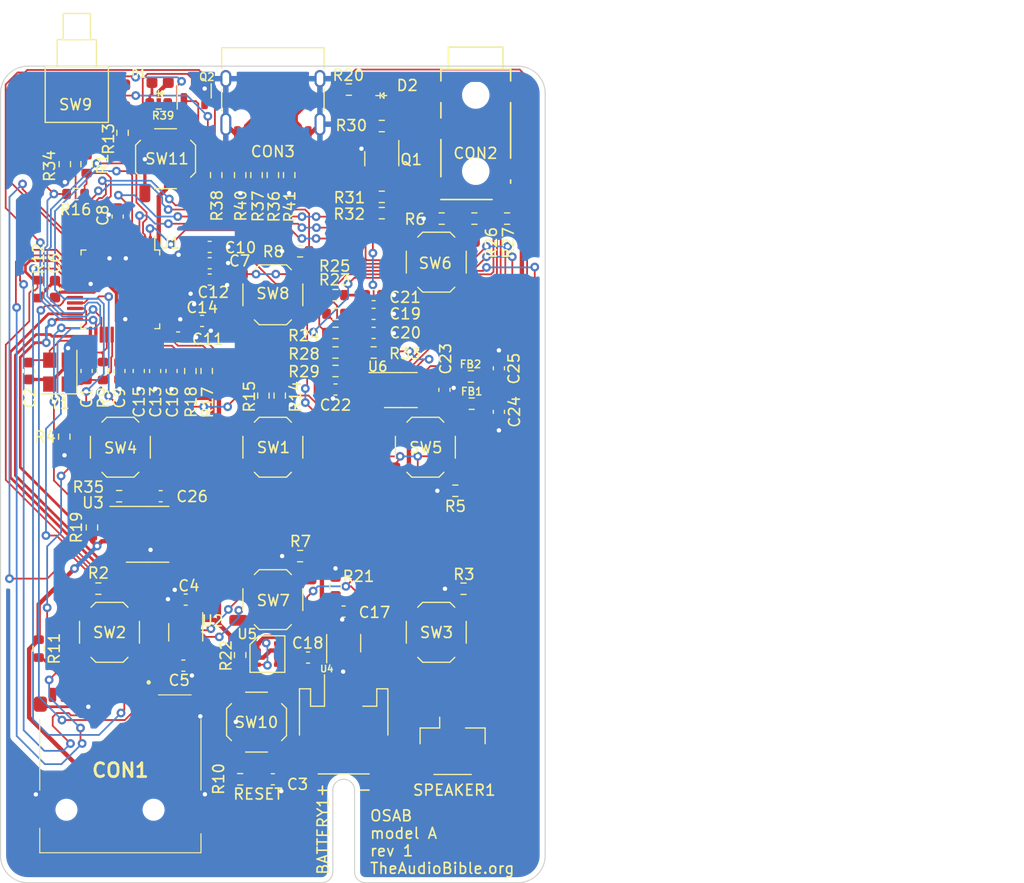
<source format=kicad_pcb>
(kicad_pcb (version 20211014) (generator pcbnew)
  (title_block (title "OSAB model A") (date "2022-06-02") (rev "1") (company "TheAudioBible.org"))
  (layers (0 "F.Cu" signal) (31 "B.Cu" power) (34 "B.Paste" user) (35 "F.Paste" user) (36 "B.SilkS" user "B.Silkscreen") (37 "F.SilkS" user "F.Silkscreen") (38 "B.Mask" user) (39 "F.Mask" user) (44 "Edge.Cuts" user))
  (net 0 "")
  (net 1 "Net-(BATTERY1-Pad1)")
  (net 2 "GND")
  (net 3 "VCC")
  (net 4 "Net-(C1-Pad2)")
  (net 5 "Net-(C2-Pad2)")
  (net 6 "Net-(C3-Pad1)")
  (net 7 "Net-(C5-Pad1)")
  (net 8 "VDD")
  (net 9 "Net-(C7-Pad2)")
  (net 10 "AVDD")
  (net 11 "Net-(C17-Pad1)")
  (net 12 "Net-(C19-Pad1)")
  (net 13 "Net-(C20-Pad1)")
  (net 14 "Net-(C21-Pad1)")
  (net 15 "Net-(C22-Pad1)")
  (net 16 "Net-(C24-Pad1)")
  (net 17 "Net-(C25-Pad1)")
  (net 19 "Net-(CON1-Pad2)")
  (net 20 "Net-(CON1-Pad3)")
  (net 21 "Net-(CON1-Pad5)")
  (net 22 "Net-(CON1-Pad7)")
  (net 26 "Net-(CON2-Pad3)")
  (net 27 "Net-(CON2-Pad1)")
  (net 28 "Net-(CON2-Pad4)")
  (net 30 "Net-(CON2-Pad2)")
  (net 31 "Net-(CON3-PadA5)")
  (net 32 "Net-(CON3-PadA6)")
  (net 33 "Net-(CON3-PadA7)")
  (net 35 "Net-(CON3-PadB5)")
  (net 37 "Net-(D1-Pad1)")
  (net 38 "Net-(D2-Pad1)")
  (net 39 "Net-(FB1-Pad1)")
  (net 40 "Net-(FB2-Pad1)")
  (net 41 "Net-(Q1-Pad1)")
  (net 42 "Net-(Q1-Pad3)")
  (net 43 "Net-(Q2-Pad1)")
  (net 44 "Net-(Q2-Pad3)")
  (net 45 "Net-(R1-Pad2)")
  (net 46 "Net-(R2-Pad1)")
  (net 47 "Net-(R3-Pad1)")
  (net 48 "Net-(R4-Pad1)")
  (net 49 "Net-(R5-Pad1)")
  (net 50 "Net-(R6-Pad1)")
  (net 51 "Net-(R7-Pad1)")
  (net 52 "Net-(R8-Pad1)")
  (net 53 "Net-(R12-Pad1)")
  (net 54 "Net-(R14-Pad1)")
  (net 55 "Net-(R14-Pad2)")
  (net 56 "Net-(R16-Pad2)")
  (net 57 "Net-(R17-Pad2)")
  (net 58 "Net-(R18-Pad2)")
  (net 59 "Net-(R20-Pad1)")
  (net 60 "Net-(R21-Pad1)")
  (net 61 "Net-(R24-Pad2)")
  (net 62 "Net-(R25-Pad2)")
  (net 63 "Net-(R32-Pad1)")
  (net 64 "Net-(R33-Pad2)")
  (net 65 "Net-(R34-Pad1)")
  (net 66 "Net-(R35-Pad2)")
  (net 67 "Net-(R37-Pad2)")
  (net 68 "Net-(R38-Pad1)")
  (net 69 "Net-(R39-Pad2)")
  (net 70 "Net-(U1-Pad23)")
  (net 71 "Net-(U1-Pad24)")
  (net 72 "Net-(U1-Pad25)")
  (net 75 "Net-(R19-Pad2)")
  (net 78 "Net-(C13-Pad1)")
  (footprint "Resistor_SMD:R_0603_1608Metric" (layer "F.Cu") (at 160 68 180)
    (fp_text reference "R30")
    (fp_text value "1k")
  )
  (footprint "Resistor_SMD:R_0603_1608Metric" (layer "F.Cu") (at 171.5 76.5)
    (fp_text reference "R27")
    (fp_text value "10")
  )
  (footprint "Resistor_SMD:R_0603_1608Metric" (layer "F.Cu") (at 130.85 96.53 -90)
    (fp_text reference "R4")
    (fp_text value "10k")
  )
  (footprint "Resistor_SMD:R_0603_1608Metric" (layer "F.Cu") (at 143.925 90.5 90)
    (fp_text reference "R17")
    (fp_text value "1m")
  )
  (footprint "OSAB:PJ-3420-A-SMT" (layer "F.Cu") (at 168.625 72.15 180)
    (fp_text reference "CON2")
    (fp_text value "PJ-3420-A-SMT")
  )
  (footprint "Resistor_SMD:R_0603_1608Metric" (layer "F.Cu") (at 160 74.5 180)
    (fp_text reference "R31")
    (fp_text value "10k")
  )
  (footprint "OSAB:SW_SPST_TL3342" (layer "F.Cu") (at 150 111.5)
    (fp_text reference "SW7")
    (fp_text value "BOOK-")
  )
  (footprint "Resistor_SMD:R_0603_1608Metric" (layer "F.Cu") (at 155.75 83.53 180)
    (fp_text reference "R25")
    (fp_text value "20")
  )
  (footprint "Crystal:Crystal_SMD_3225-4Pin_3.2x2.5mm" (layer "F.Cu") (at 130.36 90.6 90)
    (fp_text reference "Y1")
    (fp_text value "12MHz")
  )
  (footprint "Resistor_SMD:R_0603_1608Metric" (layer "F.Cu") (at 159.25 88.8)
    (fp_text reference "R33")
    (fp_text value "33k")
  )
  (footprint "Package_TO_SOT_SMD:SOT-23" (layer "F.Cu") (at 160 71 -90)
    (fp_text reference "Q1")
    (fp_text value "BC847B")
  )
  (footprint "Capacitor_SMD:C_0603_1608Metric" (layer "F.Cu") (at 156.49 112.6 180)
    (fp_text reference "C17")
    (fp_text value "1u X5R")
  )
  (footprint "Resistor_SMD:R_0603_1608Metric" (layer "F.Cu") (at 155.75 88.8)
    (fp_text reference "R28")
    (fp_text value "470")
  )
  (footprint "Capacitor_SMD:C_0603_1608Metric" (layer "F.Cu") (at 150 128)
    (fp_text reference "C3")
    (fp_text value "10u X5R")
  )
  (footprint "Resistor_SMD:R_0603_1608Metric" (layer "F.Cu") (at 155.75 90.5)
    (fp_text reference "R29")
    (fp_text value "470")
  )
  (footprint "Package_TO_SOT_SMD:SOT-23" (layer "F.Cu") (at 142.78 64.77 90)
    (fp_text reference "Q2")
    (fp_text value "BC847B")
  )
  (footprint "Resistor_SMD:R_0603_1608Metric" (layer "F.Cu") (at 155.75 87 180)
    (fp_text reference "R24")
    (fp_text value "20")
  )
  (footprint "Capacitor_SMD:C_0603_1608Metric" (layer "F.Cu") (at 159.25 85.25)
    (fp_text reference "C19")
    (fp_text value "47n X7R")
  )
  (footprint "Resistor_SMD:R_0603_1608Metric" (layer "F.Cu") (at 131.89 74.24 180)
    (fp_text reference "R16")
    (fp_text value "100k")
  )
  (footprint "Capacitor_SMD:C_0603_1608Metric" (layer "F.Cu") (at 137.69 90.5 -90)
    (fp_text reference "C15")
    (fp_text value "100n X7R")
  )
  (footprint "Resistor_SMD:R_0603_1608Metric" (layer "F.Cu") (at 168.175 91)
    (fp_text reference "FB2")
    (fp_text value "Ferrite")
  )
  (footprint "Resistor_SMD:R_0603_1608Metric" (layer "F.Cu") (at 128.5 116 -90)
    (fp_text reference "R11")
    (fp_text value "10k")
  )
  (footprint "Resistor_SMD:R_0603_1608Metric" (layer "F.Cu") (at 147 72.5 -90)
    (fp_text reference "R40")
    (fp_text value "5k1 1%")
  )
  (footprint "Capacitor_SMD:C_0603_1608Metric" (layer "F.Cu") (at 139.7 102 180)
    (fp_text reference "C26")
    (fp_text value "100n X7R")
  )
  (footprint "Resistor_SMD:R_0603_1608Metric" (layer "F.Cu") (at 168.25 93.5)
    (fp_text reference "FB1")
    (fp_text value "Ferrite")
  )
  (footprint "Capacitor_SMD:C_0603_1608Metric" (layer "F.Cu") (at 132.9 90.5 -90)
    (fp_text reference "C1")
    (fp_text value "22p")
  )
  (footprint "Resistor_SMD:R_0603_1608Metric" (layer "F.Cu") (at 130.9 71.5 -90)
    (fp_text reference "R34")
    (fp_text value "10k")
  )
  (footprint "Resistor_SMD:R_0603_1608Metric" (layer "F.Cu") (at 147 116.5875 -90)
    (fp_text reference "R22")
    (fp_text value "100k")
  )
  (footprint "Capacitor_SMD:C_0603_1608Metric" (layer "F.Cu") (at 153.23 116.82)
    (fp_text reference "C18")
    (fp_text value "10u X5R")
  )
  (footprint "Capacitor_SMD:C_0603_1608Metric" (layer "F.Cu") (at 165.75 92.225 90)
    (fp_text reference "C23")
    (fp_text value "1u X5R")
  )
  (footprint "Capacitor_SMD:C_0603_1608Metric" (layer "F.Cu") (at 140.7 90.5 -90)
    (fp_text reference "C16")
    (fp_text value "100n X7R")
  )
  (footprint "Package_TO_SOT_SMD:SOT-23-5" (layer "F.Cu") (at 142 114.5 -90)
    (fp_text reference "U2")
    (fp_text value "ME6211C33M5G-N")
  )
  (footprint "Capacitor_SMD:C_0603_1608Metric" (layer "F.Cu") (at 142 111.5 180)
    (fp_text reference "C4")
    (fp_text value "1u X5R")
  )
  (footprint "OSAB:SW_SPST_TL3342" (layer "F.Cu") (at 136 97.5)
    (fp_text reference "SW4")
    (fp_text value "CHAP-")
  )
  (footprint "Resistor_SMD:R_0603_1608Metric" (layer "F.Cu") (at 139.52 65.91)
    (fp_text reference "R39")
    (fp_text value "39")
  )
  (footprint "Resistor_SMD:R_0603_1608Metric" (layer "F.Cu") (at 168.5 76.5 180)
    (fp_text reference "R26")
    (fp_text value "10")
  )
  (footprint "OSAB:SW_SPST_TL3342" (layer "F.Cu") (at 140.15 71 90)
    (fp_text reference "SW11")
    (fp_text value "Torch")
  )
  (footprint "Resistor_SMD:R_0603_1608Metric" (layer "F.Cu") (at 150 72.5 -90)
    (fp_text reference "R36")
    (fp_text value "100")
  )
  (footprint "OSAB:NULL" (layer "F.Cu") (at 214.321428 93.8425)
    (fp_text reference "BT1" hide)
    (fp_text value "Lipo battery" hide)
  )
  (footprint "Capacitor_SMD:C_0603_1608Metric" (layer "F.Cu") (at 144.2 80.6 180)
    (fp_text reference "C7")
    (fp_text value "1u X5R")
  )
  (footprint "Resistor_SMD:R_0603_1608Metric" (layer "F.Cu") (at 148.5 72.5 -90)
    (fp_text reference "R37")
    (fp_text value "100")
  )
  (footprint "Package_SO:MSOP-8_3x3mm_P0.65mm" (layer "F.Cu") (at 161.75 92.25)
    (fp_text reference "U6")
    (fp_text value "PAM8302AAS")
  )
  (footprint "Capacitor_SMD:C_0603_1608Metric" (layer "F.Cu") (at 130 82.975 90)
    (fp_text reference "C6")
    (fp_text value "100n X7R")
  )
  (footprint "Package_SO:SOIC-8_3.9x4.9mm_P1.27mm" (layer "F.Cu") (at 138.5 105.5)
    (fp_text reference "U3")
    (fp_text value "CAT25640")
  )
  (footprint "Capacitor_SMD:C_0603_1608Metric" (layer "F.Cu") (at 141.3 87.42)
    (fp_text reference "C11")
    (fp_text value "10u X5R")
  )
  (footprint "Capacitor_SMD:C_0603_1608Metric" (layer "F.Cu") (at 170.75 94.25 -90)
    (fp_text reference "C24")
    (fp_text value "220p C0G")
  )
  (footprint "Resistor_SMD:R_0603_1608Metric" (layer "F.Cu") (at 136.2 68.62 90)
    (fp_text reference "R13")
    (fp_text value "1k")
  )
  (footprint "Capacitor_SMD:C_0603_1608Metric" (layer "F.Cu") (at 127.61 90.5 90)
    (fp_text reference "C2")
    (fp_text value "22p")
  )
  (footprint "OSAB:SW_SPST_TL3342" (layer "F.Cu") (at 165 114.5)
    (fp_text reference "SW3")
    (fp_text value "VOL+")
  )
  (footprint "Resistor_SMD:R_0603_1608Metric" (layer "F.Cu") (at 144.8 72.5 90)
    (fp_text reference "R38")
    (fp_text value "10k")
  )
  (footprint "OSAB:SW_SPST_TL3342" (layer "F.Cu") (at 150 83.5)
    (fp_text reference "SW8")
    (fp_text value "BOOK+")
  )
  (footprint "Resistor_SMD:R_0603_1608Metric" (layer "F.Cu") (at 133.39 104.87 90)
    (fp_text reference "R19")
    (fp_text value "100k")
  )
  (footprint "Capacitor_SMD:C_0603_1608Metric" (layer "F.Cu") (at 159.25 87)
    (fp_text reference "C20")
    (fp_text value "10n X7R")
  )
  (footprint "Connector_JST:JST_PH_S2B-PH-SM4-TB_1x02-1MP_P2.00mm_Horizontal" (layer "F.Cu") (at 156.5 123)
    (fp_text reference "BATTERY1")
    (fp_text value "Conn_01x02")
  )
  (footprint "Capacitor_SMD:C_0603_1608Metric" (layer "F.Cu") (at 135.91 90.5 -90)
    (fp_text reference "C9")
    (fp_text value "1u X5R")
  )
  (footprint "Capacitor_SMD:C_0603_1608Metric" (layer "F.Cu") (at 139.19 90.5 -90)
    (fp_text reference "C13")
    (fp_text value "1u X5R")
  )
  (footprint "Resistor_SMD:R_0603_1608Metric" (layer "F.Cu") (at 134.4 90.5 -90)
    (fp_text reference "R9")
    (fp_text value "1m")
  )
  (footprint "Resistor_SMD:R_0603_1608Metric" (layer "F.Cu") (at 133.98 110.49)
    (fp_text reference "R2")
    (fp_text value "10k")
  )
  (footprint "OSAB:SW_SPST_TL3342" (layer "F.Cu") (at 165 80.5)
    (fp_text reference "SW6")
    (fp_text value "OT/NT")
  )
  (footprint "Resistor_SMD:R_0603_1608Metric" (layer "F.Cu") (at 160 76)
    (fp_text reference "R32")
    (fp_text value "1k")
  )
  (footprint "OSAB:SW_SPST_TL3342" (layer "F.Cu") (at 150 97.5)
    (fp_text reference "SW1")
    (fp_text value "PPP")
  )
  (footprint "Resistor_SMD:R_0603_1608Metric" (layer "F.Cu") (at 135.89 102 180)
    (fp_text reference "R35")
    (fp_text value "1k")
  )
  (footprint "Package_TO_SOT_SMD:SOT-23-5" (layer "F.Cu") (at 156.5 115.5 90)
    (fp_text reference "U4")
    (fp_text value "TP4055")
  )
  (footprint "OSAB:DFN8-2x3-0.65pitch" (layer "F.Cu") (at 149.5 116.5 -90)
    (fp_text reference "U5")
    (fp_text value "MF5853CS" hide)
  )
  (footprint "samacsys:TF01A" (layer "F.Cu") (at 136 127.5)
    (fp_text reference "CON1")
    (fp_text value "TF-01A" hide)
  )
  (footprint "Package_QFP:LQFP-48_7x7mm_P0.5mm" (layer "F.Cu") (at 136 83 -90)
    (fp_text reference "U1")
    (fp_text value "VS1000")
  )
  (footprint "Connector_JST:JST_GH_SM02B-GHS-TB_1x02-1MP_P1.25mm_Horizontal" (layer "F.Cu") (at 166.5 125)
    (fp_text reference "SPEAKER1")
    (fp_text value "Conn_01x02")
  )
  (footprint "OSAB:SW_SPST_TL3342" (layer "F.Cu") (at 148.5 122.75 90)
    (fp_text reference "SW10")
    (fp_text value "RESET")
  )
  (footprint "OSAB:NULL" (layer "F.Cu") (at 204.608095 81.3125)
    (fp_text reference "SP1" hide)
    (fp_text value "8Ω SPEAKER" hide)
  )
  (footprint "Resistor_SMD:R_0603_1608Metric" (layer "F.Cu") (at 151.5 72.5 -90)
    (fp_text reference "R41")
    (fp_text value "5k1 1%")
  )
  (footprint "OSAB:SW_SPST_TL3342" (layer "F.Cu") (at 164 97.5)
    (fp_text reference "SW5")
    (fp_text value "CHAP+")
  )
  (footprint "Resistor_SMD:R_0603_1608Metric" (layer "F.Cu") (at 167.5 110.5 180)
    (fp_text reference "R3")
    (fp_text value "10k")
  )
  (footprint "Resistor_SMD:R_0603_1608Metric" (layer "F.Cu") (at 156.98 64.65)
    (fp_text reference "R20")
    (fp_text value "1k")
  )
  (footprint "OSAB:SW_SPST_TL3342" (layer "F.Cu") (at 135 114.5)
    (fp_text reference "SW2")
    (fp_text value "VOL-")
  )
  (footprint "Resistor_SMD:R_0603_1608Metric" (layer "F.Cu") (at 150.63 92.76 90)
    (fp_text reference "R15")
    (fp_text value "100k")
  )
  (footprint "OSAB:0602-LED" (layer "F.Cu") (at 160 64.2)
    (fp_text reference "D2")
    (fp_text value "Charge LED")
  )
  (footprint "Resistor_SMD:R_0603_1608Metric" (layer "F.Cu") (at 132.9 71.5 90)
    (fp_text reference "R1")
    (fp_text value "100k")
  )
  (footprint "Capacitor_SMD:C_0603_1608Metric" (layer "F.Cu") (at 159.25 83.53)
    (fp_text reference "C21")
    (fp_text value "10n X7R")
  )
  (footprint "Resistor_SMD:R_0603_1608Metric" (layer "F.Cu") (at 142.425 90.5 90)
    (fp_text reference "R18")
    (fp_text value "1m")
  )
  (footprint "Resistor_SMD:R_0603_1608Metric" (layer "F.Cu") (at 128.4 82.975 -90)
    (fp_text reference "R12")
    (fp_text value "100k")
  )
  (footprint "OSAB:0602-LED" (layer "F.Cu") (at 139.65 64)
    (fp_text reference "D1")
    (fp_text value "Status LED")
  )
  (footprint "Capacitor_SMD:C_0603_1608Metric" (layer "F.Cu") (at 155.75 92.2 180)
    (fp_text reference "C22")
    (fp_text value "3n3 X7R")
  )
  (footprint "Resistor_SMD:R_0603_1608Metric" (layer "F.Cu") (at 166.75 101.5 180)
    (fp_text reference "R5")
    (fp_text value "10k")
  )
  (footprint "Resistor_SMD:R_0603_1608Metric" (layer "F.Cu") (at 147 128)
    (fp_text reference "R10")
    (fp_text value "100k")
  )
  (footprint "Resistor_SMD:R_0603_1608Metric" (layer "F.Cu") (at 155.75 85.25 180)
    (fp_text reference "R23")
    (fp_text value "10")
  )
  (footprint "Capacitor_SMD:C_0603_1608Metric" (layer "F.Cu") (at 135.75 76.315 90)
    (fp_text reference "C8")
    (fp_text value "100n X7R")
  )
  (footprint "Capacitor_SMD:C_0603_1608Metric" (layer "F.Cu") (at 143.5 85.9)
    (fp_text reference "C14")
    (fp_text value "100n X7R")
  )
  (footprint "Capacitor_SMD:C_0603_1608Metric" (layer "F.Cu") (at 170.75 90.25 90)
    (fp_text reference "C25")
    (fp_text value "220p C0G")
  )
  (footprint "Resistor_SMD:R_0603_1608Metric" (layer "F.Cu") (at 152.5 79.5 180)
    (fp_text reference "R8")
    (fp_text value "10k")
  )
  (footprint "Resistor_SMD:R_0603_1608Metric" (layer "F.Cu") (at 149.13 92.76 -90)
    (fp_text reference "R14")
    (fp_text value "10k")
  )
  (footprint "Resistor_SMD:R_0603_1608Metric" (layer "F.Cu") (at 165.5 76.5 180)
    (fp_text reference "R6")
    (fp_text value "10k")
  )
  (footprint "Resistor_SMD:R_0603_1608Metric" (layer "F.Cu") (at 155.75 110.29 90)
    (fp_text reference "R21")
    (fp_text value "5k1 1%")
  )
  (footprint "Capacitor_SMD:C_0603_1608Metric" (layer "F.Cu") (at 141.78 117.56)
    (fp_text reference "C5")
    (fp_text value "1u X5R")
  )
  (footprint "Resistor_SMD:R_0603_1608Metric" (layer "F.Cu") (at 152.5 107.5 180)
    (fp_text reference "R7")
    (fp_text value "10k")
  )
  (footprint "Capacitor_SMD:C_0603_1608Metric" (layer "F.Cu") (at 144.2 82.1)
    (fp_text reference "C12")
    (fp_text value "100n X7R")
  )
  (footprint "OSAB:USB_C_Receptacle_HRO_TYPE-C-31-M-12" (layer "F.Cu") (at 150 64.7 180)
    (fp_text reference "CON3")
    (fp_text value "TYPE-C-31-M-12")
  )
  (footprint "Capacitor_SMD:C_0603_1608Metric" (layer "F.Cu") (at 144.2 79.1)
    (fp_text reference "C10")
    (fp_text value "100n X7R")
  )
  (footprint "OSAB:XKB5858-Z-F" (layer "F.Cu") (at 132 65.1625)
    (fp_text reference "SW9")
    (fp_text value "XKB5858-Z-F")
  )
  (gr_arc (start 155.5 136.5) (mid 155.207107 137.207107) (end 154.5 137.5) (layer "Edge.Cuts") (width 0.1))
  (gr_line (start 158.5 137.5) (end 172.5 137.5) (layer "Edge.Cuts") (width 0.1))
  (gr_line (start 157.5 129) (end 157.5 136.5) (layer "Edge.Cuts") (width 0.1))
  (gr_line (start 125 65) (end 125 135) (layer "Edge.Cuts") (width 0.1))
  (gr_arc (start 125 65) (mid 125.732233 63.232233) (end 127.5 62.5) (layer "Edge.Cuts") (width 0.1))
  (gr_line (start 172.5 62.5) (end 127.5 62.5) (layer "Edge.Cuts") (width 0.1))
  (gr_arc (start 172.5 62.5) (mid 174.267767 63.232233) (end 175 65) (layer "Edge.Cuts") (width 0.1))
  (gr_line (start 175 135) (end 175 65) (layer "Edge.Cuts") (width 0.1))
  (gr_line (start 155.5 129) (end 155.5 136.5) (layer "Edge.Cuts") (width 0.1))
  (gr_arc (start 175 135) (mid 174.267767 136.767767) (end 172.5 137.5) (layer "Edge.Cuts") (width 0.1))
  (gr_line (start 154.5 137.5) (end 127.5 137.5) (layer "Edge.Cuts") (width 0.1))
  (gr_arc (start 127.5 137.5) (mid 125.732233 136.767767) (end 125 135) (layer "Edge.Cuts") (width 0.1))
  (gr_arc (start 158.5 137.5) (mid 157.792893 137.207107) (end 157.5 136.5) (layer "Edge.Cuts") (width 0.1))
  (gr_arc (start 155.5 129) (mid 156.5 128) (end 157.5 129) (layer "Edge.Cuts") (width 0.1))
  (gr_text "OSAB\nmodel A\nrev 1\nTheAudioBible.org" (at 158.83 133.77) (layer "F.SilkS") (effects (font (size 1 1)) (justify left)))
  (gr_text "+" (at 154.55 128.94) (layer "F.SilkS") (effects (font (size 1 1))))
  (gr_text "-" (at 158.44 128.92) (layer "F.SilkS") (effects (font (size 1 1))))
  (gr_text "RESET" (at 148.63 129.36) (layer "F.SilkS") (effects (font (size 1 1))))
  (segment (start 158.39952 117.58702) (end 157.45 116.6375) (width 0.4) (layer "F.Cu") (net 1))
  (segment (start 155.5 120.818559) (end 156.980961 122.29952) (width 0.4) (layer "F.Cu") (net 1))
  (segment (start 152.455 116.82) (end 154.255 118.62) (width 0.4) (layer "F.Cu") (net 1))
  (segment (start 150.35 116.825) (end 150.35 117.475) (width 0.4) (layer "F.Cu") (net 1))
  (segment (start 152.455 116.82) (end 150.355 116.82) (width 0.4) (layer "F.Cu") (net 1))
  (segment (start 155.5 120.15) (end 155.5 120.818559) (width 0.4) (layer "F.Cu") (net 1))
  (segment (start 156.980961 122.29952) (end 158.019039 122.29952) (width 0.4) (layer "F.Cu") (net 1))
  (segment (start 154.255 118.62) (end 154.98 118.62) (width 0.4) (layer "F.Cu") (net 1))
  (segment (start 150.355 116.82) (end 150.35 116.825) (width 0.4) (layer "F.Cu") (net 1))
  (segment (start 154.98 118.62) (end 155.5 119.14) (width 0.4) (layer "F.Cu") (net 1))
  (segment (start 158.019039 122.29952) (end 158.39952 121.919039) (width 0.4) (layer "F.Cu") (net 1))
  (segment (start 158.39952 121.919039) (end 158.39952 117.58702) (width 0.4) (layer "F.Cu") (net 1))
  (segment (start 155.5 119.14) (end 155.5 120.15) (width 0.4) (layer "F.Cu") (net 1))
  (segment (start 161.1 83.53) (end 161.11 83.52) (width 0.4) (layer "F.Cu") (net 2))
  (segment (start 135.25 79.901768) (end 135.0005 80.151268) (width 0.3) (layer "F.Cu") (net 2))
  (segment (start 156.5 118.06) (end 156.45 118.11) (width 0.4) (layer "F.Cu") (net 2))
  (segment (start 140.919127 80.25) (end 141.344765 79.824362) (width 0.3) (layer "F.Cu") (net 2))
  (segment (start 146.6 125.9) (end 146.6 119.6) (width 0.3) (layer "F.Cu") (net 2))
  (segment (start 165.925 101.5) (end 165.1 101.5) (width 0.3) (layer "F.Cu") (net 2))
  (segment (start 136.25 78.8375) (end 136.25 79.901768) (width 0.3) (layer "F.Cu") (net 2))
  (segment (start 131.8375 82.75) (end 133.02 82.75) (width 0.3) (layer "F.Cu") (net 2))
  (segment (start 146.6 117.8125) (end 147 117.4125) (width 0.3) (layer "F.Cu") (net 2))
  (segment (start 170.75 95.025) (end 170.75 95.95) (width 0.3) (layer "F.Cu") (net 2))
  (segment (start 141.789868 83.75) (end 140.1625 83.75) (width 0.3) (layer "F.Cu") (net 2))
  (segment (start 151.675 79.5) (end 150.85 79.5) (width 0.3) (layer "F.Cu") (net 2))
  (segment (start 137.69 92.13) (end 137.68 92.14) (width 0.4) (layer "F.Cu") (net 2))
  (segment (start 147 73.325) (end 147 74.16) (width 0.4) (layer "F.Cu") (net 2))
  (segment (start 144.975 79.1) (end 145.9 79.1) (width 0.4) (layer "F.Cu") (net 2))
  (segment (start 141.225 110.835) (end 140.99 110.6) (width 0.4) (layer "F.Cu") (net 2))
  (segment (start 140.1625 80.25) (end 140.919127 80.25) (width 0.3) (layer "F.Cu") (net 2))
  (segment (start 145.870956 80.6) (end 145.890759 80.580197) (width 0.4) (layer "F.Cu") (net 2))
  (segment (start 151.5 73.325) (end 151.5 74.15) (width 0.4) (layer "F.Cu") (net 2))
  (segment (start 151.675 107.5) (end 150.85 107.5) (width 0.3) (layer "F.Cu") (net 2))
  (segment (start 138.395 106.555) (end 138.77 106.93) (width 0.4) (layer "F.Cu") (net 2))
  (segment (start 141.225 111.5) (end 141.225 110.835) (width 0.4) (layer "F.Cu") (net 2))
  (segment (start 159.175 74.5) (end 159.175 70.1875) (width 0.4) (layer "F.Cu") (net 2))
  (segment (start 150.775 128) (end 150.775 129.085) (width 0.4) (layer "F.Cu") (net 2))
  (segment (start 142.075 87.42) (end 142.93 87.42) (width 0.4) (layer "F.Cu") (net 2))
  (segment (start 129.51 91.6) (end 131.21 89.9) (width 0.3) (layer "F.Cu") (net 2))
  (segment (start 157.13 118.06) (end 156.5 117.43) (width 0.4) (layer "F.Cu") (net 2))
  (segment (start 130.9 73.14) (end 130.91 73.15) (width 0.4) (layer "F.Cu") (net 2))
  (segment (start 133.02 82.75) (end 133.27 82.5) (width 0.3) (layer "F.Cu") (net 2))
  (segment (start 151.5 74.15) (end 151.49 74.16) (width 0.4) (layer "F.Cu") (net 2))
  (segment (start 161.07 87) (end 161.1 87.03) (width 0.4) (layer "F.Cu") (net 2))
  (segment (start 128.24 130.8) (end 128.24 129.39) (width 0.3) (layer "F.Cu") (net 2))
  (segment (start 146.75 68.745) (end 146.595 68.745) (width 0.4) (layer "F.Cu") (net 2))
  (segment (start 144.975 80.6) (end 145.870956 80.6) (width 0.4) (layer "F.Cu") (net 2))
  (segment (start 136.45 85.820331) (end 136.45 85.74) (width 0.3) (layer "F.Cu") (net 2))
  (segment (start 154.005 116.82) (end 154.01 116.82) (width 0.4) (layer "F.Cu") (net 2))
  (segment (start 128.66 121.1) (end 128.9 121.34) (width 0.25) (layer "F.Cu") (net 2))
  (segment (start 131.8375 82.75) (end 130.55 82.75) (width 0.3) (layer "F.Cu") (net 2))
  (segment (start 141.225 111.5) (end 140.41 111.5) (width 0.4) (layer "F.Cu") (net 2))
  (segment (start 156.17 117.76) (end 156.5 117.43) (width 0.4) (layer "F.Cu") (net 2))
  (segment (start 146.595 68.745) (end 145.68 67.83) (width 0.4) (layer "F.Cu") (net 2))
  (segment (start 154.95 117.76) (end 156.17 117.76) (width 0.4) (layer "F.Cu") (net 2))
  (segment (start 129.51 91.7) (end 129.51 91.6) (width 0.3) (layer "F.Cu") (net 2))
  (segment (start 138.25 74.15) (end 138.25 67.85) (width 0.3) (layer "F.Cu") (net 2))
  (segment (start 130.55 82.75) (end 130 82.2) (width 0.3) (layer "F.Cu") (net 2))
  (segment (start 140.1625 83.25) (end 142.54211 83.25) (width 0.3) (layer "F.Cu") (net 2))
  (segment (start 154.975 92.2) (end 154.975 92.475) (width 0.4) (layer "F.Cu") (net 2))
  (segment (start 155.715 112.674559) (end 156.367602 113.327161) (width 0.4) (layer "F.Cu") (net 2))
  (segment (start 144.975 82.1) (end 145.3 82.1) (width 0.4) (layer "F.Cu") (net 2))
  (segment (start 159.05 70.0625) (end 158.1475 70.0625) (width 0.4) (layer "F.Cu") (net 2))
  (segment (start 156.5 117.43) (end 156.5 116.6375) (width 0.4) (layer "F.Cu") (net 2))
  (segment (start 140.7 91.275) (end 140.7 92.15) (width 0.4) (layer "F.Cu") (net 2))
  (segment (start 135.53 75.54) (end 134.93 76.14) (width 0.4) (layer "F.Cu") (net 2))
  (segment (start 157.5 120.15) (end 157.5 118.43) (width 0.4) (layer "F.Cu") (net 2))
  (segment (start 141.000361 85.25) (end 141.4995 85.749139) (width 0.3) (layer "F.Cu") (net 2))
  (segment (start 165.275 91.925) (end 165.75 91.45) (width 0.3) (layer "F.Cu") (net 2))
  (segment (start 131.21 89.5) (end 131.21 88.41) (width 0.3) (layer "F.Cu") (net 2))
  (segment (start 131.85 89.5) (end 132.075 89.725) (width 0.3) (layer "F.Cu") (net 2))
  (segment (start 136.25 86.020331) (end 136.45 85.820331) (width 0.3) (layer "F.Cu") (net 2))
  (segment (start 135.25 78.8375) (end 135.25 79.901768) (width 0.3) (layer "F.Cu") (net 2))
  (segment (start 136.25 87.1625) (end 136.25 86.020331) (width 0.3) (layer "F.Cu") (net 2))
  (segment (start 142.555 118.455) (end 142.57 118.47) (width 0.4) (layer "F.Cu") (net 2))
  (segment (start 132.075 89.725) (end 132.9 89.725) (width 0.3) (layer "F.Cu") (net 2))
  (segment (start 146.6 119.6) (end 146.6 117.8125) (width 0.3) (layer "F.Cu") (net 2))
  (segment (start 166.675 110.5) (end 165.8 110.5) (width 0.3) (layer "F.Cu") (net 2))
  (segment (start 138.925 105.945) (end 138.315 106.555) (width 0.4) (layer "F.Cu") (net 2))
  (segment (start 165.75 91.45) (end 166 91.45) (width 0.3) (layer "F.Cu") (net 2))
  (segment (start 131.21 88.41) (end 131.2 88.4) (width 0.3) (layer "F.Cu") (net 2))
  (segment (start 131.21 89.9) (end 131.21 89.5) (width 0.3) (layer "F.Cu") (net 2))
  (segment (start 151.665 93.585) (end 151.67 93.58) (width 0.4) (layer "F.Cu") (net 2))
  (segment (start 130.85 97.355) (end 130.85 98.22) (width 0.4) (layer "F.Cu") (net 2))
  (segment (start 144.275 86.775) (end 144.3 86.8) (width 0.4) (layer "F.Cu") (net 2))
  (segment (start 143.34 121.1) (end 143.34 122.22) (width 0.3) (layer "F.Cu") (net 2))
  (segment (start 130.9 72.325) (end 130.9 73.14) (width 0.4) (layer "F.Cu") (net 2))
  (segment (start 164.675 76.5) (end 163.85 76.5) (width 0.3) (layer "F.Cu") (net 2))
  (segment (start 134.805 110.49) (end 140.215 110.49) (width 0.4) (layer "F.Cu") (net 2))
  (segment (start 138.925 102) (end 138.925 105.945) (width 0.4) (layer "F.Cu") (net 2))
  (segment (start 155.715 112.6) (end 155.715 112.674559) (width 0.4) (layer "F.Cu") (net 2))
  (segment (start 154.975 92.475) (end 155.52 93.02) (width 0.4) (layer "F.Cu") (net 2))
  (segment (start 135.75 75.54) (end 135.53 75.54) (width 0.4) (layer "F.Cu") (net 2))
  (segment (start 128.9 121.34) (end 133.06 121.34) (width 0.25) (layer "F.Cu") (net 2))
  (segment (start 142.399868 84.36) (end 142.77 84.36) (width 0.3) (layer "F.Cu") (net 2))
  (segment (start 166 91.45) (end 166.6 92.05) (width 0.3) (layer "F.Cu") (net 2))
  (segment (start 135.91 91.275) (end 135.91 92.14) (width 0.4) (layer "F.Cu") (net 2))
  (segment (start 142.555 117.56) (end 142.555 118.455) (width 0.4) (layer "F.Cu") (net 2))
  (segment (start 163.8625 91.925) (end 165.275 91.925) (width 0.3) (layer "F.Cu") (net 2))
  (segment (start 159.175 70.1875) (end 159.05 70.0625) (width 0.4) (layer "F.Cu") (net 2))
  (segment (start 127.61 91.275) (end 129.085 91.275) (width 0.3) (layer "F.Cu") (net 2))
  (segment (start 140.215 110.49) (end 141.225 111.5) (width 0.4) (layer "F.Cu") (net 2))
  (segment (start 160.025 83.53) (end 161.1 83.53) (width 0.4) (layer "F.Cu") (net 2))
  (segment (start 158.1475 70.0625) (end 158.13 70.08) (width 0.4) (layer "F.Cu") (net 2))
  (segment (start 140.1625 85.25) (end 141.000361 85.25) (width 0.3) (layer "F.Cu") (net 2))
  (segment (start 142.93 87.42) (end 142.95 87.4) (width 0.4) (layer "F.Cu") (net 2))
  (segment (start 147 74.16) (end 147.01 74.17) (width 0.4) (layer "F.Cu") (net 2))
  (segment (start 135.91 92.14) (end 135.92 92.15) (width 0.4) (layer "F.Cu") (net 2))
  (segment (start 140.41 111.5) (end 140.37 111.46) (width 0.4) (layer "F.Cu") (net 2))
  (segment (start 153.25 68.745) (end 153.405 68.745) (width 0.4) (layer "F.Cu") (net 2))
  (segment (start 137.69 91.275) (end 137.69 92.13) (width 0.4) (layer "F.Cu") (net 2))
  (segment (start 144.275 85.9) (end 144.275 86.775) (width 0.4) (layer "F.Cu") (net 2))
  (segment (start 170.75 89.475) (end 170.75 88.6) (width 0.3) (layer "F.Cu") (net 2))
  (segment (start 139.19 91.275) (end 139.19 92.14) (width 0.4) (layer "F.Cu") (net 2))
  (segment (start 136.25 79.901768) (end 136.4995 80.151268) (width 0.3) (layer "F.Cu") (net 2))
  (segment (start 153.405 68.745) (end 154.32 67.83) (width 0.4) (layer "F.Cu") (net 2))
  (segment (start 160.025 85.25) (end 161.1 85.25) (width 0.4) (layer "F.Cu") (net 2))
  (segment (start 150.63 93.585) (end 151.665 93.585) (width 0.4) (layer "F.Cu") (net 2))
  (segment (start 129.085 91.275) (end 129.51 91.7) (width 0.3) (layer "F.Cu") (net 2))
  (segment (start 145.3 82.1) (end 145.8 82.6) (width 0.4) (layer "F.Cu") (net 2))
  (segment (start 131.21 89.5) (end 131.85 89.5) (width 0.3) (layer "F.Cu") (net 2))
  (segment (start 154.01 116.82) (end 154.95 117.76) (width 0.4) (layer "F.Cu") (net 2))
  (segment (start 130.85 98.22) (end 130.87 98.24) (width 0.4) (layer "F.Cu") (net 2))
  (segment (start 142 113.3625) (end 142 112.275) (width 0.4) (layer "F.Cu") (net 2))
  (segment (start 140.7 92.15) (end 140.69 92.16) (width 0.4) (layer "F.Cu") (net 2))
  (segment (start 143.76 130.8) (end 143.76 129.38) (width 0.3) (layer "F.Cu") (net 2))
  (segment (start 133.06 120.25) (end 133.06 121.34) (width 0.3) (layer "F.Cu") (net 2))
  (segment (start 138.315 106.555) (end 138.395 106.555) (width 0.4) (layer "F.Cu") (net 2))
  (segment (start 157.5 118.43) (end 157.13 118.06) (width 0.4) (layer "F.Cu") (net 2))
  (segment (start 143.73 65.7075) (end 143.73 64.57) (width 0.4) (layer "F.Cu") (net 2))
  (segment (start 138.315 106.555) (end 137.465 107.405) (width 0.4) (layer "F.Cu") (net 2))
  (segment (start 157.13 118.06) (end 156.5 118.06) (width 0.4) (layer "F.Cu") (net 2))
  (segment (start 141.789868 83.75) (end 142.399868 84.36) (width 0.3) (layer "F.Cu") (net 2))
  (segment (start 141.4995 85.749139) (end 141.4995 85.75) (width 0.3) (layer "F.Cu") (net 2))
  (segment (start 150.775 129.085) (end 150.77 129.09) (width 0.4) (layer "F.Cu") (net 2))
  (segment (start 137.465 107.405) (end 136.025 107.405) (width 0.4) (layer "F.Cu") (net 2))
  (segment (start 155.75 109.465) (end 155.75 108.63) (width 0.4) (layer "F.Cu") (net 2))
  (segment (start 142 112.275) (end 141.225 111.5) (width 0.4) (layer "F.Cu") (net 2))
  (segment (start 128.4 83.8) (end 130 82.2) (width 0.3) (layer "F.Cu") (net 2))
  (segment (start 143.73 64.57) (end 143.74 64.56) (width 0.4) (layer "F.Cu") (net 2))
  (segment (start 160.025 87) (end 161.07 87) (width 0.4) (layer "F.Cu") (net 2))
  (via (at 151.67 93.58) (size 0.8) (drill 0.4) (layers "F.Cu" "B.Cu") (net 2))
  (via (at 130.91 73.15) (size 0.8) (drill 0.4) (layers "F.Cu" "B.Cu") (net 2))
  (via (at 138.25 71.05) (size 0.8) (drill 0.4) (layers "F.Cu" "B.Cu") (net 2))
  (via (at 143.76 129.38) (size 0.8) (drill 0.4) (layers "F.Cu" "B.Cu") (net 2))
  (via (at 146.6 122.73) (size 0.8) (drill 0.4) (layers "F.Cu" "B.Cu") (net 2))
  (via (at 144.3 86.8) (size 0.8) (drill 0.4) (layers "F.Cu" "B.Cu") (net 2))
  (via (at 163.85 76.5) (size 0.8) (drill 0.4) (layers "F.Cu" "B.Cu") (net 2))
  (via (at 135.0005 80.151268) (size 0.8) (drill 0.4) (layers "F.Cu" "B.Cu") (net 2))
  (via (at 143.74 64.56) (size 0.8) (drill 0.4) (layers "F.Cu" "B.Cu") (net 2))
  (via (at 170.75 88.6) (size 0.8) (drill 0.4) (layers "F.Cu" "B.Cu") (net 2))
  (via (at 142.45 83.4) (size 0.8) (drill 0.4) (layers "F.Cu" "B.Cu") (net 2))
  (via (at 147.01 74.17) (size 0.8) (drill 0.4) (layers "F.Cu" "B.Cu") (net 2))
  (via (at 158.13 70.08) (size 0.8) (drill 0.4) (layers "F.Cu" "B.Cu") (net 2))
  (via (at 140.37 111.46) (size 0.8) (drill 0.4) (layers "F.Cu" "B.Cu") (net 2))
  (via (at 133.06 121.34) (size 0.8) (drill 0.4) (layers "F.Cu" "B.Cu") (net 2))
  (via (at 133.27 82.5) (size 0.8) (drill 0.4) (layers "F.Cu" "B.Cu") (net 2))
  (via (at 136.45 85.74) (size 0.8) (drill 0.4) (layers "F.Cu" "B.Cu") (net 2))
  (via (at 140.69 92.16) (size 0.8) (drill 0.4) (layers "F.Cu" "B.Cu") (net 2))
  (via (at 138.77 106.93) (size 0.8) (drill 0.4) (layers "F.Cu" "B.Cu") (net 2))
  (via (at 161.1 87.03) (size 0.8) (drill 0.4) (layers "F.Cu" "B.Cu") (net 2))
  (via (at 165.8 110.5) (size 0.8) (drill 0.4) (layers "F.Cu" "B.Cu") (net 2))
  (via (at 161.11 83.52) (size 0.8) (drill 0.4) (layers "F.Cu" "B.Cu") (net 2))
  (via (at 139.19 92.14) (size 0.8) (drill 0.4) (layers "F.Cu" "B.Cu") (net 2))
  (via (at 155.52 93.02) (size 0.8) (drill 0.4) (layers "F.Cu" "B.Cu") (net 2))
  (via (at 161.1 85.25) (size 0.8) (drill 0.4) (layers "F.Cu" "B.Cu") (net 2))
  (via (at 131.2 88.4) (size 0.8) (drill 0.4) (layers "F.Cu" "B.Cu") (net 2))
  (via (at 150.77 129.09) (size 0.8) (drill 0.4) (layers "F.Cu" "B.Cu") (net 2))
  (via (at 134.93 76.14) (size 0.8) (drill 0.4) (layers "F.Cu" "B.Cu") (net 2))
  (via (at 156.45 118.11) (size 0.8) (drill 0.4) (layers "F.Cu" "B.Cu") (net 2))
  (via (at 136.4995 80.151268) (size 0.8) (drill 0.4) (layers "F.Cu" "B.Cu") (net 2))
  (via (at 140.99 110.6) (size 0.8) (drill 0.4) (layers "F.Cu" "B.Cu") (net 2))
  (via (at 145.890759 80.580197) (size 0.8) (drill 0.4) (layers "F.Cu" "B.Cu") (net 2))
  (via (at 166.6 92.05) (size 0.8) (drill 0.4) (layers "F.Cu" "B.Cu") (net 2))
  (via (at 155.75 108.63) (size 0.8) (drill 0.4) (layers "F.Cu" "B.Cu") (net 2))
  (via (at 137.68 92.14) (size 0.8) (drill 0.4) (layers "F.Cu" "B.Cu") (net 2))
  (via (at 156.367602 113.327161) (size 0.8) (drill 0.4) (layers "F.Cu" "B.Cu") (net 2))
  (via (at 151.49 74.16) (size 0.8) (drill 0.4) (layers "F.Cu" "B.Cu") (net 2))
  (via (at 150.85 107.5) (size 0.8) (drill 0.4) (layers "F.Cu" "B.Cu") (net 2))
  (via (at 142.95 87.4) (size 0.8) (drill 0.4) (layers "F.Cu" "B.Cu") (net 2))
  (via (at 130.87 98.24) (size 0.8) (drill 0.4) (layers "F.Cu" "B.Cu") (net 2))
  (via (at 135.92 92.15) (size 0.8) (drill 0.4) (layers "F.Cu" "B.Cu") (net 2))
  (via (at 145.8 82.6) (size 0.8) (drill 0.4) (layers "F.Cu" "B.Cu") (net 2))
  (via (at 128.24 129.39) (size 0.8) (drill 0.4) (layers "F.Cu" "B.Cu") (net 2))
  (via (at 142.77 84.36) (size 0.8) (drill 0.4) (layers "F.Cu" "B.Cu") (net 2))
  (via (at 170.75 95.95) (size 0.8) (drill 0.4) (layers "F.Cu" "B.Cu") (net 2))
  (via (at 150.85 79.5) (size 0.8) (drill 0.4) (layers "F.Cu" "B.Cu") (net 2))
  (via (at 145.9 79.1) (size 0.8) (drill 0.4) (layers "F.Cu" "B.Cu") (net 2))
  (via (at 141.344765 79.824362) (size 0.8) (drill 0.4) (layers "F.Cu" "B.Cu") (net 2))
  (via (at 143.34 122.22) (size 0.8) (drill 0.4) (layers "F.Cu" "B.Cu") (net 2))
  (via (at 141.4995 85.75) (size 0.8) (drill 0.4) (layers "F.Cu" "B.Cu") (net 2))
  (via (at 165.1 101.5) (size 0.8) (drill 0.4) (layers "F.Cu" "B.Cu") (net 2))
  (via (at 142.57 118.47) (size 0.8) (drill 0.4) (layers "F.Cu" "B.Cu") (net 2))
  (segment (start 154.5 108.63) (end 162.49 100.64) (width 0.4) (layer "F.Cu") (net 3))
  (segment (start 154.5 113.87) (end 154.5 108.63) (width 0.4) (layer "F.Cu") (net 3))
  (segment (start 145.05 95.55) (end 145.05 92.5) (width 0.4) (layer "F.Cu") (net 3))
  (segment (start 145.1 95.6) (end 145.05 95.55) (width 0.4) (layer "F.Cu") (net 3))
  (segment (start 142.95 111.675) (end 142.775 111.5) (width 0.4) (layer "F.Cu") (net 3))
  (segment (start 140.2 67.45) (end 139.52548 66.77548) (width 0.4) (layer "F.Cu") (net 3))
  (segment (start 137.25 87.1625) (end 137.25 88.049999) (width 0.3) (layer "F.Cu") (net 3))
  (segment (start 144.6625 113.3625) (end 142.95 113.3625) (width 0.4) (layer "F.Cu") (net 3))
  (segment (start 146.1 116.19) (end 146.1 114.8) (width 0.4) (layer "F.Cu") (net 3))
  (segment (start 145.05 113.75) (end 145.05 95.55) (width 0.4) (layer "F.Cu") (net 3))
  (segment (start 146.22548 114.92548) (end 146.20452 114.92548) (width 0.4) (layer "F.Cu") (net 3))
  (segment (start 148.65 116.825) (end 149.125 116.825) (width 0.4) (layer "F.Cu") (net 3))
  (segment (start 145.1 95.57) (end 145.1 95.6) (width 0.4) (layer "F.Cu") (net 3))
  (segment (start 138.125481 88.92548) (end 139.90048 88.92548) (width 0.3) (layer "F.Cu") (net 3))
  (segment (start 147.735349 116.825) (end 147.510349 116.6) (width 0.4) (layer "F.Cu") (net 3))
  (segment (start 162.49 93.01) (end 162.925 92.575) (width 0.4) (layer "F.Cu") (net 3))
  (segment (start 148.65 116.825) (end 147.735349 116.825) (width 0.4) (layer "F.Cu") (net 3))
  (segment (start 147.510349 116.6) (end 146.51 116.6) (width 0.4) (layer "F.Cu") (net 3))
  (segment (start 137.25 87.1625) (end 137.25 85.8) (width 0.3) (layer "F.Cu") (net 3))
  (segment (start 162.925 92.575) (end 163.8625 92.575) (width 0.4) (layer "F.Cu") (net 3))
  (segment (start 140.7 89.725) (end 141.56 90.585) (width 0.3) (layer "F.Cu") (net 3))
  (segment (start 149.5 116.45) (end 149.775 116.175) (width 0.4) (layer "F.Cu") (net 3))
  (segment (start 146.22548 114.92548) (end 148.26452 114.92548) (width 0.4) (layer "F.Cu") (net 3))
  (segment (start 162.49 100.64) (end 162.49 93.01) (width 0.4) (layer "F.Cu") (net 3))
  (segment (start 154.05 114.32) (end 154.5 113.87) (width 0.4) (layer "F.Cu") (net 3))
  (segment (start 141.56 91.86) (end 141.56 91.65) (width 0.4) (layer "F.Cu") (net 3))
  (segment (start 146.85 95.6) (end 145.1 95.6) (width 0.4) (layer "F.Cu") (net 3))
  (segment (start 139.52548 79.47452) (end 139.52548 74.46452) (width 0.4) (layer "F.Cu") (net 3))
  (segment (start 146.85 95.6) (end 153.15 95.6) (width 0.4) (layer "F.Cu") (net 3))
  (segment (start 145.05 113.75) (end 144.6625 113.3625) (width 0.4) (layer "F.Cu") (net 3))
  (segment (start 137.25 88.049999) (end 138.125481 88.92548) (width 0.3) (layer "F.Cu") (net 3))
  (segment (start 141.56 90.585) (end 141.56 91.65) (width 0.3) (layer "F.Cu") (net 3))
  (segment (start 149.775 116.175) (end 150.35 116.175) (width 0.4) (layer "F.Cu") (net 3))
  (segment (start 139.52548 64.87452) (end 140.4 64) (width 0.4) (layer "F.Cu") (net 3))
  (segment (start 148.87 114.32) (end 154.05 114.32) (width 0.4) (layer "F.Cu") (net 3))
  (segment (start 139.52548 66.77548) (end 139.52548 64.87452) (width 0.4) (layer "F.Cu") (net 3))
  (segment (start 165.325 92.575) (end 165.75 93) (width 0.3) (layer "F.Cu") (net 3))
  (segment (start 140.2 73.79) (end 140.2 67.45) (width 0.4) (layer "F.Cu") (net 3))
  (segment (start 146.1 114.8) (end 145.05 113.75) (width 0.4) (layer "F.Cu") (net 3))
  (segment (start 139.52548 74.46452) (end 140.2 73.79) (width 0.4) (layer "F.Cu") (net 3))
  (segment (start 146.51 116.6) (end 146.1 116.19) (width 0.4) (layer "F.Cu") (net 3))
  (segment (start 145.05 92.5) (end 144.69 92.14) (width 0.4) (layer "F.Cu") (net 3))
  (segment (start 139.90048 88.92548) (end 140.7 89.725) (width 0.3) (layer "F.Cu") (net 3))
  (segment (start 149.125 116.825) (end 149.5 116.45) (width 0.4) (layer "F.Cu") (net 3))
  (segment (start 150.35 116.175) (end 150.35 115.525) (width 0.4) (layer "F.Cu") (net 3))
  (segment (start 137.25 81.75) (end 139.52548 79.47452) (width 0.4) (layer "F.Cu") (net 3))
  (segment (start 141.84 92.14) (end 141.56 91.86) (width 0.4) (layer "F.Cu") (net 3))
  (segment (start 144.69 92.14) (end 141.84 92.14) (width 0.4) (layer "F.Cu") (net 3))
  (segment (start 142.95 113.3625) (end 142.95 111.675) (width 0.4) (layer "F.Cu") (net 3))
  (segment (start 163.8625 92.575) (end 165.325 92.575) (width 0.3) (layer "F.Cu") (net 3))
  (segment (start 146.22548 114.92548) (end 146.1 114.8) (width 0.4) (layer "F.Cu") (net 3))
  (segment (start 148.26452 114.92548) (end 148.87 114.32) (width 0.4) (layer "F.Cu") (net 3))
  (segment (start 137.25 85.8) (end 137.25 81.75) (width 0.4) (layer "F.Cu") (net 3))
  (segment (start 132.95 91.325) (end 132.9 91.275) (width 0.16) (layer "F.Cu") (net 4))
  (segment (start 135.25 89.15) (end 135.25 87.1625) (width 0.16) (layer "F.Cu") (net 4))
  (segment (start 134.4 91.325) (end 132.95 91.325) (width 0.16) (layer "F.Cu") (net 4))
  (segment (start 135.15548 89.24452) (end 135.25 89.15) (width 0.16) (layer "F.Cu") (net 4))
  (segment (start 132.475 91.7) (end 131.21 91.7) (width 0.16) (layer "F.Cu") (net 4))
  (segment (start 135.15548 90.56952) (end 134.4 91.325) (width 0.16) (layer "F.Cu") (net 4))
  (segment (start 135.15548 90.56952) (end 135.15548 89.24452) (width 0.16) (layer "F.Cu") (net 4))
  (segment (start 132.9 91.275) (end 132.475 91.7) (width 0.16) (layer "F.Cu") (net 4))
  (segment (start 134.75 87.1625) (end 134.75 88.4) (width 0.16) (layer "F.Cu") (net 5))
  (segment (start 134.25 88.8) (end 134.35 88.8) (width 0.16) (layer "F.Cu") (net 5))
  (segment (start 134.4 89.675) (end 134.4 88.95) (width 0.16) (layer "F.Cu") (net 5))
  (segment (start 132.7 88.8) (end 134.25 88.8) (width 0.16) (layer "F.Cu") (net 5))
  (segment (start 131.620489 87.720489) (end 132.7 88.8) (width 0.16) (layer "F.Cu") (net 5))
  (segment (start 129.51 88.64) (end 130.429511 87.720489) (width 0.16) (layer "F.Cu") (net 5))
  (segment (start 134.25 88.8) (end 134.4 88.95) (width 0.16) (layer "F.Cu") (net 5))
  (segment (start 134.4 88.75) (end 134.75 88.4) (width 0.16) (layer "F.Cu") (net 5))
  (segment (start 134.35 88.8) (end 134.4 88.75) (width 0.16) (layer "F.Cu") (net 5))
  (segment (start 127.61 89.725) (end 127.835 89.5) (width 0.16) (layer "F.Cu") (net 5))
  (segment (start 129.51 89.5) (end 129.51 88.64) (width 0.16) (layer "F.Cu") (net 5))
  (segment (start 127.835 89.5) (end 129.51 89.5) (width 0.16) (layer "F.Cu") (net 5))
  (segment (start 130.429511 87.720489) (end 131.620489 87.720489) (width 0.16) (layer "F.Cu") (net 5))
  (segment (start 134.4 88.95) (end 134.4 88.75) (width 0.16) (layer "F.Cu") (net 5))
  (segment (start 141.94 77.57) (end 151.71 77.57) (width 0.16) (layer "F.Cu") (net 6))
  (segment (start 171.68 130.19) (end 160.72 130.19) (width 0.16) (layer "F.Cu") (net 6))
  (segment (start 169.29 81.3) (end 169.61 80.98) (width 0.16) (layer "F.Cu") (net 6))
  (segment (start 174.04 80.95) (end 174.04 127.83) (width 0.16) (layer "F.Cu") (net 6))
  (segment (start 160.72 130.19) (end 157.39 126.86) (width 0.16) (layer "F.Cu") (net 6))
  (segment (start 138.75 77.44) (end 138.72 77.41) (width 0.16) (layer "F.Cu") (net 6))
  (segment (start 147.825 128) (end 149.225 128) (width 0.25) (layer "F.Cu") (net 6))
  (segment (start 149.225 127.075) (end 150.4 125.9) (width 0.25) (layer "F.Cu") (net 6))
  (segment (start 155.45 126.86) (end 153.84 128.47) (width 0.16) (layer "F.Cu") (net 6))
  (segment (start 152.66 128.47) (end 150.4 126.21) (width 0.16) (layer "F.Cu") (net 6))
  (segment (start 157.01 78.33) (end 157.29 78.61) (width 0.16) (layer "F.Cu") (net 6))
  (segment (start 153.97 78.33) (end 157.01 78.33) (width 0.16) (layer "F.Cu") (net 6))
  (segment (start 157.39 126.86) (end 155.45 126.86) (width 0.16) (layer "F.Cu") (net 6))
  (segment (start 149.225 128) (end 149.225 127.075) (width 0.25) (layer "F.Cu") (net 6))
  (segment (start 151.71 77.57) (end 152.47 78.33) (width 0.16) (layer "F.Cu") (net 6))
  (segment (start 165.91 81.3) (end 169.29 81.3) (width 0.16) (layer "F.Cu") (net 6))
  (segment (start 174.04 127.83) (end 171.68 130.19) (width 0.16) (layer "F.Cu") (net 6))
  (segment (start 150.4 125.9) (end 150.4 119.6) (width 0.25) (layer "F.Cu") (net 6))
  (segment (start 152.47 78.33) (end 152.67 78.33) (width 0.16) (layer "F.Cu") (net 6))
  (segment (start 157.29 81.11) (end 157.48 81.3) (width 0.16) (layer "F.Cu") (net 6))
  (segment (start 140.64 78.87) (end 141.94 77.57) (width 0.16) (layer "F.Cu") (net 6))
  (segment (start 157.29 78.61) (end 157.29 81.11) (width 0.16) (layer "F.Cu") (net 6))
  (segment (start 150.4 126.21) (end 150.4 125.9) (width 0.16) (layer "F.Cu") (net 6))
  (segment (start 157.48 81.3) (end 165.91 81.3) (width 0.16) (layer "F.Cu") (net 6))
  (segment (start 138.75 78.8375) (end 138.75 77.44) (width 0.16) (layer "F.Cu") (net 6))
  (segment (start 153.84 128.47) (end 152.66 128.47) (width 0.16) (layer "F.Cu") (net 6))
  (via (at 138.72 77.41) (size 0.8) (drill 0.4) (layers "F.Cu" "B.Cu") (net 6))
  (via (at 169.61 80.98) (size 0.8) (drill 0.4) (layers "F.Cu" "B.Cu") (net 6))
  (via (at 152.67 78.33) (size 0.8) (drill 0.4) (layers "F.Cu" "B.Cu") (net 6))
  (via (at 153.97 78.33) (size 0.8) (drill 0.4) (layers "F.Cu" "B.Cu") (net 6))
  (via (at 174.04 80.95) (size 0.8) (drill 0.4) (layers "F.Cu" "B.Cu") (net 6))
  (via (at 140.64 78.87) (size 0.8) (drill 0.4) (layers "F.Cu" "B.Cu") (net 6))
  (segment (start 169.61 80.98) (end 174.01 80.98) (width 0.16) (layer "B.Cu") (net 6))
  (segment (start 138.72 77.41) (end 139.18 77.41) (width 0.16) (layer "B.Cu") (net 6))
  (segment (start 152.67 78.33) (end 153.97 78.33) (width 0.16) (layer "B.Cu") (net 6))
  (segment (start 139.18 77.41) (end 140.64 78.87) (width 0.16) (layer "B.Cu") (net 6))
  (segment (start 174.01 80.98) (end 174.04 80.95) (width 0.16) (layer "B.Cu") (net 6))
  (segment (start 141.005 117.56) (end 137.587507 117.56) (width 0.4) (layer "F.Cu") (net 7))
  (segment (start 142.9275 115.6375) (end 141.005 117.56) (width 0.4) (layer "F.Cu") (net 7))
  (segment (start 137.587507 117.56) (end 135.26 119.887507) (width 0.4) (layer "F.Cu") (net 7))
  (segment (start 142.95 115.6375) (end 142.9275 115.6375) (width 0.4) (layer "F.Cu") (net 7))
  (segment (start 135.26 119.887507) (end 135.26 120.25) (width 0.4) (layer "F.Cu") (net 7))
  (segment (start 144.45 94.88) (end 144.45 93.27) (width 0.4) (layer "F.Cu") (net 8))
  (segment (start 135.12 72.76) (end 135.12 74.44) (width 0.16) (layer "F.Cu") (net 8))
  (segment (start 133.29932 128) (end 127.62548 122.32616) (width 0.4) (layer "F.Cu") (net 8))
  (segment (start 132.715 73.475) (end 132.9 73.29) (width 0.16) (layer "F.Cu") (net 8))
  (segment (start 137.64 101.47) (end 138.265 100.845) (width 0.4) (layer "F.Cu") (net 8))
  (segment (start 141.7 95.12) (end 144.21 95.12) (width 0.4) (layer "F.Cu") (net 8))
  (segment (start 137.64 102.02) (end 137.64 101.47) (width 0.4) (layer "F.Cu") (net 8))
  (segment (start 140.975 104.865) (end 140.975 102.5) (width 0.4) (layer "F.Cu") (net 8))
  (segment (start 140.475 102) (end 140.475 100.845) (width 0.4) (layer "F.Cu") (net 8))
  (segment (start 135.75 81.08) (end 134.57 82.26) (width 0.3) (layer "F.Cu") (net 8))
  (segment (start 135.75 88.25) (end 135.91 88.41) (width 0.3) (layer "F.Cu") (net 8))
  (segment (start 127.62548 122.32616) (end 127.62548 116.04952) (width 0.4) (layer "F.Cu") (net 8))
  (segment (start 144.45 93.27) (end 144.15 92.97) (width 0.4) (layer "F.Cu") (net 8))
  (segment (start 134.82 77.09) (end 135.75 77.09) (width 0.16) (layer "F.Cu") (net 8))
  (segment (start 136.8 90.8) (end 135.91 89.91) (width 0.4) (layer "F.Cu") (net 8))
  (segment (start 141.37 95.45) (end 141.7 95.12) (width 0.4) (layer "F.Cu") (net 8))
  (segment (start 134.57 82.26) (end 133.58 83.25) (width 0.3) (layer "F.Cu") (net 8))
  (segment (start 128.51 111.93) (end 128.5 111.93) (width 0.4) (layer "F.Cu") (net 8))
  (segment (start 128.5 115.175) (end 128.5 111.93) (width 0.4) (layer "F.Cu") (net 8))
  (segment (start 133.58 83.25) (end 131.8375 83.25) (width 0.3) (layer "F.Cu") (net 8))
  (segment (start 136.715 102) (end 137.62 102) (width 0.16) (layer "F.Cu") (net 8))
  (segment (start 136.8 92.51) (end 136.8 90.8) (width 0.4) (layer "F.Cu") (net 8))
  (segment (start 134.1 75.46) (end 134.1 76.37) (width 0.16) (layer "F.Cu") (net 8))
  (segment (start 132.9 73.29) (end 132.9 72.325) (width 0.16) (layer "F.Cu") (net 8))
  (segment (start 135.64 83.33) (end 134.57 82.26) (width 0.3) (layer "F.Cu") (net 8))
  (segment (start 135.12 74.44) (end 134.1 75.46) (width 0.16) (layer "F.Cu") (net 8))
  (segment (start 135.75 87.1625) (end 135.75 88.25) (width 0.3) (layer "F.Cu") (net 8))
  (segment (start 141.37 99.95) (end 141.37 95.45) (width 0.4) (layer "F.Cu") (net 8))
  (segment (start 134.305 106.135) (end 136.025 106.135) (width 0.4) (layer "F.Cu") (net 8))
  (segment (start 136.025 106.135) (end 137.235 106.135) (width 0.4) (layer "F.Cu") (net 8))
  (segment (start 132.9 72.325) (end 134.685 72.325) (width 0.16) (layer "F.Cu") (net 8))
  (segment (start 127.62548 116.04952) (end 128.5 115.175) (width 0.4) (layer "F.Cu") (net 8))
  (segment (start 131.79 108.65) (end 128.51 111.93) (width 0.4) (layer "F.Cu") (net 8))
  (segment (start 131.8375 83.25) (end 130.5 83.25) (width 0.3) (layer "F.Cu") (net 8))
  (segment (start 137.235 106.135) (end 137.64 105.73) (width 0.4) (layer "F.Cu") (net 8))
  (segment (start 135.75 78.8375) (end 135.75 77.09) (width 0.3) (layer "F.Cu") (net 8))
  (segment (start 140.475 100.845) (end 141.37 99.95) (width 0.4) (layer "F.Cu") (net 8))
  (segment (start 134.1 76.37) (end 134.82 77.09) (width 0.16) (layer "F.Cu") (net 8))
  (segment (start 137.64 105.73) (end 137.64 102.02) (width 0.4) (layer "F.Cu") (net 8))
  (segment (start 133.39 106.101104) (end 133.864448 106.575552) (width 0.4) (layer "F.Cu") (net 8))
  (segment (start 133.864448 106.575552) (end 134.305 106.135) (width 0.4) (layer "F.Cu") (net 8))
  (segment (start 135.64 85.91) (end 135.64 83.33) (width 0.3) (layer "F.Cu") (net 8))
  (segment (start 132.715 74.24) (end 132.715 73.475) (width 0.16) (layer "F.Cu") (net 8))
  (segment (start 146.175 128) (end 133.29932 128) (width 0.4) (layer "F.Cu") (net 8))
  (segment (start 134.685 72.325) (end 135.12 72.76) (width 0.16) (layer "F.Cu") (net 8))
  (segment (start 135.91 89.91) (end 135.91 89.725) (width 0.4) (layer "F.Cu") (net 8))
  (segment (start 138.265 100.845) (end 140.475 100.845) (width 0.4) (layer "F.Cu") (net 8))
  (segment (start 144.15 92.97) (end 137.26 92.97) (width 0.4) (layer "F.Cu") (net 8))
  (segment (start 137.26 92.97) (end 136.8 92.51) (width 0.4) (layer "F.Cu") (net 8))
  (segment (start 130.5 83.25) (end 130 83.75) (width 0.3) (layer "F.Cu") (net 8))
  (segment (start 137.62 102) (end 137.64 102.02) (width 0.16) (layer "F.Cu") (net 8))
  (segment (start 135.75 78.8375) (end 135.75 81.08) (width 0.3) (layer "F.Cu") (net 8))
  (segment (start 135.75 86.02) (end 135.64 85.91) (width 0.3) (layer "F.Cu") (net 8))
  (segment (start 140.975 102.5) (end 140.475 102) (width 0.4) (layer "F.Cu") (net 8))
  (segment (start 135.91 88.41) (end 135.91 89.725) (width 0.3) (layer "F.Cu") (net 8))
  (segment (start 144.21 95.12) (end 144.45 94.88) (width 0.4) (layer "F.Cu") (net 8))
  (segment (start 135.75 87.1625) (end 135.75 86.02) (width 0.3) (layer "F.Cu") (net 8))
  (segment (start 133.39 105.695) (end 133.39 106.101104) (width 0.4) (layer "F.Cu") (net 8))
  (via (at 131.79 108.65) (size 0.8) (drill 0.4) (layers "F.Cu" "B.Cu") (net 8))
  (via (at 133.864448 106.575552) (size 0.8) (drill 0.4) (layers "F.Cu" "B.Cu") (net 8))
  (segment (start 133.864448 106.575552) (end 131.79 108.65) (width 0.4) (layer "B.Cu") (net 8))
  (segment (start 140.1625 81.75) (end 141.65 81.75) (width 0.16) (layer "F.Cu") (net 9))
  (segment (start 141.65 81.75) (end 142.8 80.6) (width 0.16) (layer "F.Cu") (net 9))
  (segment (start 142.8 80.6) (end 143.425 80.6) (width 0.16) (layer "F.Cu") (net 9))
  (segment (start 141.27952 88.17452) (end 143.577663 88.17452) (width 0.16) (layer "F.Cu") (net 10))
  (segment (start 139.16 81.25) (end 138.89 81.52) (width 0.3) (layer "F.Cu") (net 10))
  (segment (start 138.9 82.55) (end 139.2 82.25) (width 0.3) (layer "F.Cu") (net 10))
  (segment (start 141.75 82.25) (end 141.9 82.1) (width 0.3) (layer "F.Cu") (net 10))
  (segment (start 144.67952 90.57048) (end 143.925 91.325) (width 0.16) (layer "F.Cu") (net 10))
  (segment (start 138.89548 86.07548) (end 139.12548 86.07548) (width 0.3) (layer "F.Cu") (net 10))
  (segment (start 137.75 87.1625) (end 137.75 86.324639) (width 0.3) (layer "F.Cu") (net 10))
  (segment (start 141.43516 84.75) (end 141.444182 84.759022) (width 0.3) (layer "F.Cu") (net 10))
  (segment (start 144.67952 89.276377) (end 144.67952 90.57048) (width 0.16) (layer "F.Cu") (net 10))
  (segment (start 143.425 79.312507) (end 143.425 79.1) (width 0.3) (layer "F.Cu") (net 10))
  (segment (start 141.487507 81.25) (end 143.425 79.312507) (width 0.3) (layer "F.Cu") (net 10))
  (segment (start 138.89 81.52) (end 138.89 81.94) (width 0.3) (layer "F.Cu") (net 10))
  (segment (start 139.32 84.75) (end 138.9 84.33) (width 0.3) (layer "F.Cu") (net 10))
  (segment (start 140.1625 84.75) (end 139.32 84.75) (width 0.3) (layer "F.Cu") (net 10))
  (segment (start 140.1625 81.25) (end 139.16 81.25) (width 0.3) (layer "F.Cu") (net 10))
  (segment (start 138.89548 84.89452) (end 139.04 84.75) (width 0.3) (layer "F.Cu") (net 10))
  (segment (start 140.1625 84.75) (end 141.43516 84.75) (width 0.3) (layer "F.Cu") (net 10))
  (segment (start 140.1625 81.25) (end 141.487507 81.25) (width 0.3) (layer "F.Cu") (net 10))
  (segment (start 139.04 84.75) (end 140.1625 84.75) (width 0.3) (layer "F.Cu") (net 10))
  (segment (start 140.47 87.42) (end 140.525 87.42) (width 0.3) (layer "F.Cu") (net 10))
  (segment (start 137.999159 86.07548) (end 138.89548 86.07548) (width 0.3) (layer "F.Cu") (net 10))
  (segment (start 138.9 84.33) (end 138.9 82.55) (width 0.3) (layer "F.Cu") (net 10))
  (segment (start 141.9 82.1) (end 143.425 82.1) (width 0.3) (layer "F.Cu") (net 10))
  (segment (start 142.425 91.325) (end 144.2 91.325) (width 0.16) (layer "F.Cu") (net 10))
  (segment (start 141.444182 84.759022) (end 141.584022 84.759022) (width 0.3) (layer "F.Cu") (net 10))
  (segment (start 138.89 81.94) (end 139.2 82.25) (width 0.3) (layer "F.Cu") (net 10))
  (segment (start 139.12548 86.07548) (end 140.47 87.42) (width 0.3) (layer "F.Cu") (net 10))
  (segment (start 140.1625 82.25) (end 141.75 82.25) (width 0.3) (layer "F.Cu") (net 10))
  (segment (start 137.75 86.324639) (end 137.999159 86.07548) (width 0.3) (layer "F.Cu") (net 10))
  (segment (start 143.577663 88.17452) (end 144.67952 89.276377) (width 0.16) (layer "F.Cu") (net 10))
  (segment (start 141.584022 84.759022) (end 142.725 85.9) (width 0.3) (layer "F.Cu") (net 10))
  (segment (start 140.525 87.42) (end 141.27952 88.17452) (width 0.16) (layer "F.Cu") (net 10))
  (segment (start 138.89548 86.07548) (end 138.89548 84.89452) (width 0.3) (layer "F.Cu") (net 10))
  (segment (start 139.2 82.25) (end 140.1625 82.25) (width 0.3) (layer "F.Cu") (net 10))
  (segment (start 160.75 64.2) (end 160.75 64) (width 0.4) (layer "F.Cu") (net 11))
  (segment (start 156.19 66.11) (end 156.98 65.32) (width 0.4) (layer "F.Cu") (net 11))
  (segment (start 160.75 64) (end 161.37 63.38) (width 0.4) (layer "F.Cu") (net 11))
  (segment (start 172.86 127.62) (end 172.86 77.57) (width 0.4) (layer "F.Cu") (net 11))
  (segment (start 152.1 66.95) (end 152.94 66.11) (width 0.4) (layer "F.Cu") (net 11))
  (segment (start 147.55 68.745) (end 147.55 67.99) (width 0.4) (layer "F.Cu") (net 11))
  (segment (start 152.45 68.745) (end 152.45 67.98) (width 0.4) (layer "F.Cu") (net 11))
  (segment (start 173.33 64.17) (end 173.33 77.1) (width 0.4) (layer "F.Cu") (net 11))
  (segment (start 152.07 115.51) (end 155.29 115.51) (width 0.4) (layer "F.Cu") (net 11))
  (segment (start 156.8875 114.3625) (end 155.74 115.51) (width 0.25) (layer "F.Cu") (net 11))
  (segment (start 157.81 63.3) (end 160 63.3) (width 0.4) (layer "F.Cu") (net 11))
  (segment (start 160 63.3) (end 160.75 64.05) (width 0.4) (layer "F.Cu") (net 11))
  (segment (start 162.52 127.67) (end 162.52 118.9) (width 0.4) (layer "F.Cu") (net 11))
  (segment (start 161.37 63.38) (end 172.54 63.38) (width 0.4) (layer "F.Cu") (net 11))
  (segment (start 156.98 65.32) (end 156.98 64.13) (width 0.4) (layer "F.Cu") (net 11))
  (segment (start 151.48 114.92) (end 149.255 114.92) (width 0.4) (layer "F.Cu") (net 11))
  (segment (start 152.94 66.11) (end 156.19 66.11) (width 0.4) (layer "F.Cu") (net 11))
  (segment (start 148.65 117.475) (end 149.444667 117.475) (width 0.16) (layer "F.Cu") (net 11))
  (segment (start 156.98 64.13) (end 157.81 63.3) (width 0.4) (layer "F.Cu") (net 11))
  (segment (start 147.2375 115.525) (end 147 115.7625) (width 0.25) (layer "F.Cu") (net 11))
  (segment (start 171.78 128.7) (end 163.55 128.7) (width 0.4) (layer "F.Cu") (net 11))
  (segment (start 151.61 67.14) (end 152.1 67.63) (width 0.4) (layer "F.Cu") (net 11))
  (segment (start 172.54 63.38) (end 173.33 64.17) (width 0.4) (layer "F.Cu") (net 11))
  (segment (start 162.52 118.9) (end 160.47 116.85) (width 0.4) (layer "F.Cu") (net 11))
  (segment (start 149.444667 117.475) (end 149.5005 117.530833) (width 0.16) (layer "F.Cu") (net 11))
  (segment (start 147.55 67.99) (end 148.4 67.14) (width 0.4) (layer "F.Cu") (net 11))
  (segment (start 173.33 77.1) (end 172.86 77.57) (width 0.4) (layer "F.Cu") (net 11))
  (segment (start 148.65 115.525) (end 147.2375 115.525) (width 0.25) (layer "F.Cu") (net 11))
  (segment (start 157.45 114.3625) (end 156.8875 114.3625) (width 0.25) (layer "F.Cu") (net 11))
  (segment (start 148.65 115.525) (end 148.65 116.175) (width 0.25) (layer "F.Cu") (net 11))
  (segment (start 160.75 64.05) (end 160.75 64.2) (width 0.4) (layer "F.Cu") (net 11))
  (segment (start 157.265 113.255) (end 157.45 113.44) (width 0.4) (layer "F.Cu") (net 11))
  (segment (start 171.78 128.7) (end 172.86 127.62) (width 0.4) (layer "F.Cu") (net 11))
  (segment (start 149.255 114.92) (end 148.65 115.525) (width 0.4) (layer "F.Cu") (net 11))
  (segment (start 158.67 112.6) (end 157.265 112.6) (width 0.4) (layer "F.Cu") (net 11))
  (segment (start 155.74 115.51) (end 155.29 115.51) (width 0.25) (layer "F.Cu") (net 11))
  (segment (start 152.07 115.51) (end 151.48 114.92) (width 0.4) (layer "F.Cu") (net 11))
  (segment (start 163.55 128.7) (end 162.52 127.67) (width 0.4) (layer "F.Cu") (net 11))
  (segment (start 157.45 113.44) (end 157.45 114.3625) (width 0.4) (layer "F.Cu") (net 11))
  (segment (start 157.265 112.6) (end 157.265 113.255) (width 0.4) (layer "F.Cu") (net 11))
  (segment (start 148.4 67.14) (end 151.61 67.14) (width 0.4) (layer "F.Cu") (net 11))
  (segment (start 160.47 116.85) (end 160.47 114.4) (width 0.4) (layer "F.Cu") (net 11))
  (segment (start 152.45 67.98) (end 152.1 67.63) (width 0.4) (layer "F.Cu") (net 11))
  (segment (start 152.1 67.63) (end 152.1 66.95) (width 0.4) (layer "F.Cu") (net 11))
  (segment (start 160.47 114.4) (end 158.67 112.6) (width 0.4) (layer "F.Cu") (net 11))
  (via (at 149.386129 115.476444) (size 0.8) (drill 0.4) (layers "F.Cu" "B.Cu") (net 11))
  (via (at 149.5005 117.530833) (size 0.8) (drill 0.4) (layers "F.Cu" "B.Cu") (net 11))
  (segment (start 149.5005 115.590815) (end 149.386129 115.476444) (width 0.16) (layer "B.Cu") (net 11))
  (segment (start 149.5005 117.530833) (end 149.5005 115.590815) (width 0.16) (layer "B.Cu") (net 11))
  (segment (start 156.575 85.25) (end 158.475 85.25) (width 0.25) (layer "F.Cu") (net 12))
  (segment (start 156.575 87) (end 158.475 87) (width 0.25) (layer "F.Cu") (net 13))
  (segment (start 156.575 83.53) (end 158.475 83.53) (width 0.25) (layer "F.Cu") (net 14))
  (segment (start 156.575 92.025) (end 157.775 93.225) (width 0.25) (layer "F.Cu") (net 15))
  (segment (start 157.775 93.225) (end 159.6375 93.225) (width 0.25) (layer "F.Cu") (net 15))
  (segment (start 156.575 88.8) (end 156.575 92.025) (width 0.25) (layer "F.Cu") (net 15))
  (segment (start 170.725 93.5) (end 170.75 93.475) (width 0.16) (layer "F.Cu") (net 16))
  (segment (start 170.75 93.475) (end 169.95048 94.27452) (width 0.25) (layer "F.Cu") (net 16))
  (segment (start 169.075 93.5) (end 170.725 93.5) (width 0.16) (layer "F.Cu") (net 16))
  (segment (start 169.95048 94.27452) (end 169.95048 116.262013) (width 0.25) (layer "F.Cu") (net 16))
  (segment (start 169.95048 116.262013) (end 166 120.212493) (width 0.25) (layer "F.Cu") (net 16))
  (segment (start 166 120.212493) (end 166 123) (width 0.25) (layer "F.Cu") (net 16))
  (segment (start 171.54952 115.55048) (end 171.54952 91.82452) (width 0.25) (layer "F.Cu") (net 17))
  (segment (start 167 123) (end 167 120.1) (width 0.25) (layer "F.Cu") (net 17))
  (segment (start 169 91) (end 170.725 91) (width 0.16) (layer "F.Cu") (net 17))
  (segment (start 170.725 91) (end 170.75 91.025) (width 0.16) (layer "F.Cu") (net 17))
  (segment (start 167 120.1) (end 171.54952 115.55048) (width 0.25) (layer "F.Cu") (net 17))
  (segment (start 171.54952 91.82452) (end 170.75 91.025) (width 0.25) (layer "F.Cu") (net 17))
  (segment (start 130.448499 84.49) (end 129.25 84.49) (width 0.16) (layer "F.Cu") (net 19))
  (segment (start 130.75452 84.094114) (end 130.75452 84.183979) (width 0.16) (layer "F.Cu") (net 19))
  (segment (start 129.25 84.49) (end 129.135402 84.49) (width 0.16) (layer "F.Cu") (net 19))
  (segment (start 137.46 121.51) (end 137.46 120.25) (width 0.16) (layer "F.Cu") (net 19))
  (segment (start 130.64 122.56) (end 136.41 122.56) (width 0.16) (layer "F.Cu") (net 19))
  (segment (start 131.098634 83.75) (end 130.75452 84.094114) (width 0.16) (layer "F.Cu") (net 19))
  (segment (start 130.75452 84.183979) (end 130.448499 84.49) (width 0.16) (layer "F.Cu") (net 19))
  (segment (start 129.135402 84.49) (end 128.697701 84.927701) (width 0.16) (layer "F.Cu") (net 19))
  (segment (start 131.8375 83.75) (end 131.098634 83.75) (width 0.16) (layer "F.Cu") (net 19))
  (segment (start 136.41 122.56) (end 137.46 121.51) (width 0.16) (layer "F.Cu") (net 19))
  (via (at 128.697701 84.927701) (size 0.8) (drill 0.4) (layers "F.Cu" "B.Cu") (net 19))
  (via (at 130.64 122.56) (size 0.8) (drill 0.4) (layers "F.Cu" "B.Cu") (net 19))
  (segment (start 128.520489 120.440489) (end 130.64 122.56) (width 0.16) (layer "B.Cu") (net 19))
  (segment (start 128.520489 85.104913) (end 128.520489 120.440489) (width 0.16) (layer "B.Cu") (net 19))
  (segment (start 128.697701 84.927701) (end 128.520489 85.104913) (width 0.16) (layer "B.Cu") (net 19))
  (segment (start 131.8375 81.75) (end 130.75 81.75) (width 0.16) (layer "F.Cu") (net 20))
  (segment (start 130.75 81.75) (end 130.3 81.3) (width 0.16) (layer "F.Cu") (net 20))
  (segment (start 136.36 121.61) (end 136.36 120.25) (width 0.16) (layer "F.Cu") (net 20))
  (segment (start 130.3 81.3) (end 130.09 81.09) (width 0.16) (layer "F.Cu") (net 20))
  (segment (start 136.06 121.91) (end 136.36 121.61) (width 0.16) (layer "F.Cu") (net 20))
  (segment (start 130.09 81.09) (end 128.01 81.09) (width 0.16) (layer "F.Cu") (net 20))
  (via (at 136.06 121.91) (size 0.8) (drill 0.4) (layers "F.Cu" "B.Cu") (net 20))
  (via (at 128.01 81.09) (size 0.8) (drill 0.4) (layers "F.Cu" "B.Cu") (net 20))
  (segment (start 127.980489 81.119511) (end 127.980489 122.511464) (width 0.16) (layer "B.Cu") (net 20))
  (segment (start 134.04 123.93) (end 136.06 121.91) (width 0.16) (layer "B.Cu") (net 20))
  (segment (start 127.980489 122.511464) (end 129.399025 123.93) (width 0.16) (layer "B.Cu") (net 20))
  (segment (start 128.01 81.09) (end 127.980489 81.119511) (width 0.16) (layer "B.Cu") (net 20))
  (segment (start 129.399025 123.93) (end 134.04 123.93) (width 0.16) (layer "B.Cu") (net 20))
  (segment (start 130.9 80.75) (end 130.03 79.88) (width 0.16) (layer "F.Cu") (net 21))
  (segment (start 131.8375 80.75) (end 130.9 80.75) (width 0.16) (layer "F.Cu") (net 21))
  (segment (start 131.260489 121.920489) (end 131.47 122.13) (width 0.16) (layer "F.Cu") (net 21))
  (segment (start 129.79 122.28) (end 130.149511 121.920489) (width 0.16) (layer "F.Cu") (net 21))
  (segment (start 134.16 120.25) (end 134.16 121.47) (width 0.16) (layer "F.Cu") (net 21))
  (segment (start 127.55 79.88) (end 126.8 80.63) (width 0.16) (layer "F.Cu") (net 21))
  (segment (start 134.16 121.47) (end 133.5 122.13) (width 0.16) (layer "F.Cu") (net 21))
  (segment (start 129.79 122.28) (end 129.79 123.09) (width 0.16) (layer "F.Cu") (net 21))
  (segment (start 126.79 80.64) (end 126.79 82.08) (width 0.16) (layer "F.Cu") (net 21))
  (segment (start 130.03 79.88) (end 127.55 79.88) (width 0.16) (layer "F.Cu") (net 21))
  (segment (start 130.149511 121.920489) (end 131.260489 121.920489) (width 0.16) (layer "F.Cu") (net 21))
  (segment (start 126.79 82.21) (end 127.12 82.54) (width 0.16) (layer "F.Cu") (net 21))
  (segment (start 133.5 122.13) (end 131.47 122.13) (width 0.16) (layer "F.Cu") (net 21))
  (segment (start 129.79 123.09) (end 131.42 124.72) (width 0.16) (layer "F.Cu") (net 21))
  (segment (start 126.8 80.63) (end 126.79 80.64) (width 0.16) (layer "F.Cu") (net 21))
  (segment (start 126.79 82.08) (end 126.79 82.21) (width 0.16) (layer "F.Cu") (net 21))
  (via (at 131.42 124.72) (size 0.8) (drill 0.4) (layers "F.Cu" "B.Cu") (net 21))
  (via (at 127.12 82.54) (size 0.8) (drill 0.4) (layers "F.Cu" "B.Cu") (net 21))
  (segment (start 127.12 123.49) (end 129.02 125.39) (width 0.16) (layer "B.Cu") (net 21))
  (segment (start 129.02 125.39) (end 130.75 125.39) (width 0.16) (layer "B.Cu") (net 21))
  (segment (start 130.75 125.39) (end 131.42 124.72) (width 0.16) (layer "B.Cu") (net 21))
  (segment (start 127.12 82.54) (end 127.12 123.49) (width 0.16) (layer "B.Cu") (net 21))
  (segment (start 126.41 84.59) (end 126.48 84.66) (width 0.16) (layer "F.Cu") (net 22))
  (segment (start 131.8375 80.25) (end 131.01 80.25) (width 0.16) (layer "F.Cu") (net 22))
  (segment (start 128.5 116.825) (end 128.791427 116.825) (width 0.25) (layer "F.Cu") (net 22))
  (segment (start 130.138214 118.191786) (end 130.138214 118.171786) (width 0.16) (layer "F.Cu") (net 22))
  (segment (start 132.49 124.71) (end 132.34 124.56) (width 0.16) (layer "F.Cu") (net 22))
  (segment (start 130.13 79.37) (end 127.5 79.37) (width 0.16) (layer "F.Cu") (net 22))
  (segment (start 130.138214 118.171786) (end 131.96 119.993573) (width 0.25) (layer "F.Cu") (net 22))
  (segment (start 126.41 80.46) (end 126.41 84.59) (width 0.16) (layer "F.Cu") (net 22))
  (segment (start 127.5 79.37) (end 126.41 80.46) (width 0.16) (layer "F.Cu") (net 22))
  (segment (start 128.791427 116.825) (end 130.138214 118.171786) (width 0.25) (layer "F.Cu") (net 22))
  (segment (start 131.96 119.993573) (end 131.96 120.25) (width 0.25) (layer "F.Cu") (net 22))
  (segment (start 132.34 124.56) (end 132.34 123.29) (width 0.16) (layer "F.Cu") (net 22))
  (segment (start 131.01 80.25) (end 130.13 79.37) (width 0.16) (layer "F.Cu") (net 22))
  (segment (start 129.46 118.87) (end 130.138214 118.191786) (width 0.16) (layer "F.Cu") (net 22))
  (via (at 132.49 124.71) (size 0.8) (drill 0.4) (layers "F.Cu" "B.Cu") (net 22))
  (via (at 126.48 84.66) (size 0.8) (drill 0.4) (layers "F.Cu" "B.Cu") (net 22))
  (via (at 129.46 118.87) (size 0.8) (drill 0.4) (layers "F.Cu" "B.Cu") (net 22))
  (via (at 132.34 123.29) (size 0.8) (drill 0.4) (layers "F.Cu" "B.Cu") (net 22))
  (segment (start 129.07 126.61) (end 130.59 126.61) (width 0.16) (layer "B.Cu") (net 22))
  (segment (start 132.34 123.29) (end 132.32 123.29) (width 0.16) (layer "B.Cu") (net 22))
  (segment (start 130.59 126.61) (end 132.49 124.71) (width 0.16) (layer "B.Cu") (net 22))
  (segment (start 129.46 120.43) (end 129.46 118.87) (width 0.16) (layer "B.Cu") (net 22))
  (segment (start 132.32 123.29) (end 129.46 120.43) (width 0.16) (layer "B.Cu") (net 22))
  (segment (start 126.48 84.66) (end 126.48 124.02) (width 0.16) (layer "B.Cu") (net 22))
  (segment (start 126.48 124.02) (end 129.07 126.61) (width 0.16) (layer "B.Cu") (net 22))
  (segment (start 165.205 71.58573) (end 165.205 68.2) (width 0.25) (layer "F.Cu") (net 26))
  (segment (start 167.675 76.5) (end 167.675 74.05573) (width 0.25) (layer "F.Cu") (net 26))
  (segment (start 167.675 74.05573) (end 165.205 71.58573) (width 0.25) (layer "F.Cu") (net 26))
  (segment (start 155.221575 89.6) (end 155.56452 89.257055) (width 0.16) (layer "F.Cu") (net 27))
  (segment (start 159.6375 92.575) (end 160.336722 92.575) (width 0.16) (layer "F.Cu") (net 27))
  (segment (start 154.32 84.25) (end 154.925 84.855) (width 0.16) (layer "F.Cu") (net 27))
  (segment (start 161.38048 90.768374) (end 170.57 81.578854) (width 0.16) (layer "F.Cu") (net 27))
  (segment (start 141.86 82.75) (end 142.07 82.54) (width 0.16) (layer "F.Cu") (net 27))
  (segment (start 169.96452 77.09452) (end 169.96452 75.64452) (width 0.16) (layer "F.Cu") (net 27))
  (segment (start 155.2 93.75) (end 154.24548 92.79548) (width 0.16) (layer "F.Cu") (net 27))
  (segment (start 160.72952 92.967798) (end 160.72952 93.52048) (width 0.16) (layer "F.Cu") (net 27))
  (segment (start 140.1625 82.75) (end 141.86 82.75) (width 0.16) (layer "F.Cu") (net 27))
  (segment (start 153.054001 83.379001) (end 153.925 84.25) (width 0.16) (layer "F.Cu") (net 27))
  (segment (start 155.56452 85.88952) (end 154.925 85.25) (width 0.16) (layer "F.Cu") (net 27))
  (segment (start 142.95452 82.85452) (end 145.093559 82.85452) (width 0.16) (layer "F.Cu") (net 27))
  (segment (start 145.61804 83.379001) (end 153.054001 83.379001) (width 0.16) (layer "F.Cu") (net 27))
  (segment (start 170.57 77.7) (end 169.96452 77.09452) (width 0.16) (layer "F.Cu") (net 27))
  (segment (start 160.5 93.75) (end 155.2 93.75) (width 0.16) (layer "F.Cu") (net 27))
  (segment (start 170.57 81.578854) (end 170.57 77.7) (width 0.16) (layer "F.Cu") (net 27))
  (segment (start 166.95 66.595) (end 165.205 64.85) (width 0.16) (layer "F.Cu") (net 27))
  (segment (start 142.64 82.54) (end 142.95452 82.85452) (width 0.16) (layer "F.Cu") (net 27))
  (segment (start 160.336722 92.575) (end 161.38048 91.531242) (width 0.16) (layer "F.Cu") (net 27))
  (segment (start 154.728425 89.6) (end 155.221575 89.6) (width 0.16) (layer "F.Cu") (net 27))
  (segment (start 155.56452 89.257055) (end 155.56452 85.88952) (width 0.16) (layer "F.Cu") (net 27))
  (segment (start 169.96452 75.64452) (end 166.95 72.63) (width 0.16) (layer "F.Cu") (net 27))
  (segment (start 154.24548 92.79548) (end 154.24548 90.082945) (width 0.16) (layer "F.Cu") (net 27))
  (segment (start 153.925 84.25) (end 154.32 84.25) (width 0.16) (layer "F.Cu") (net 27))
  (segment (start 166.95 72.63) (end 166.95 66.595) (width 0.16) (layer "F.Cu") (net 27))
  (segment (start 154.24548 90.082945) (end 154.728425 89.6) (width 0.16) (layer "F.Cu") (net 27))
  (segment (start 160.72952 93.52048) (end 160.5 93.75) (width 0.16) (layer "F.Cu") (net 27))
  (segment (start 160.336722 92.575) (end 160.72952 92.967798) (width 0.16) (layer "F.Cu") (net 27))
  (segment (start 142.07 82.54) (end 142.64 82.54) (width 0.16) (layer "F.Cu") (net 27))
  (segment (start 145.093559 82.85452) (end 145.61804 83.379001) (width 0.16) (layer "F.Cu") (net 27))
  (segment (start 161.38048 91.531242) (end 161.38048 90.768374) (width 0.16) (layer "F.Cu") (net 27))
  (segment (start 154.925 84.855) (end 154.925 85.25) (width 0.16) (layer "F.Cu") (net 27))
  (segment (start 171.805 71.95) (end 171.52 71.95) (width 0.25) (layer "F.Cu") (net 28))
  (segment (start 170.02 73.45) (end 170.02 74.89) (width 0.25) (layer "F.Cu") (net 28))
  (segment (start 171.52 71.95) (end 170.02 73.45) (width 0.25) (layer "F.Cu") (net 28))
  (segment (start 171.165 75.34) (end 172.325 76.5) (width 0.25) (layer "F.Cu") (net 28))
  (segment (start 170.47 75.34) (end 171.165 75.34) (width 0.25) (layer "F.Cu") (net 28))
  (segment (start 170.02 74.89) (end 170.47 75.34) (width 0.25) (layer "F.Cu") (net 28))
  (segment (start 160.825 67.015) (end 160.825 68) (width 0.16) (layer "F.Cu") (net 30))
  (segment (start 170.635 63.86) (end 163.98 63.86) (width 0.16) (layer "F.Cu") (net 30))
  (segment (start 171.625 64.85) (end 170.635 63.86) (width 0.16) (layer "F.Cu") (net 30))
  (segment (start 163.98 63.86) (end 160.825 67.015) (width 0.16) (layer "F.Cu") (net 30))
  (segment (start 151.25 70.35) (end 151.5 70.6) (width 0.25) (layer "F.Cu") (net 31))
  (segment (start 151.5 70.6) (end 151.5 71.675) (width 0.25) (layer "F.Cu") (net 31))
  (segment (start 151.25 68.745) (end 151.25 70.35) (width 0.25) (layer "F.Cu") (net 31))
  (segment (start 149.25 70.925) (end 149.25 68.745) (width 0.25) (layer "F.Cu") (net 32))
  (segment (start 148.5 71.675) (end 149.25 70.925) (width 0.25) (layer "F.Cu") (net 32))
  (segment (start 149.25 67.98) (end 149.25 68.745) (width 0.16) (layer "F.Cu") (net 32))
  (segment (start 150.02 67.77) (end 149.46 67.77) (width 0.16) (layer "F.Cu") (net 32))
  (segment (start 150.25 68) (end 150.02 67.77) (width 0.16) (layer "F.Cu") (net 32))
  (segment (start 150.25 68.745) (end 150.25 68) (width 0.16) (layer "F.Cu") (net 32))
  (segment (start 149.46 67.77) (end 149.25 67.98) (width 0.16) (layer "F.Cu") (net 32))
  (segment (start 149.75 70.25) (end 150 70.5) (width 0.25) (layer "F.Cu") (net 33))
  (segment (start 150.75 69.75) (end 150.75 68.745) (width 0.25) (layer "F.Cu") (net 33))
  (segment (start 150 70.5) (end 150 71.675) (width 0.25) (layer "F.Cu") (net 33))
  (segment (start 150 70.5) (end 150.75 69.75) (width 0.25) (layer "F.Cu") (net 33))
  (segment (start 149.75 68.745) (end 149.75 70.25) (width 0.25) (layer "F.Cu") (net 33))
  (segment (start 148.25 70.425) (end 148.25 68.745) (width 0.25) (layer "F.Cu") (net 35))
  (segment (start 147 71.675) (end 148.25 70.425) (width 0.25) (layer "F.Cu") (net 35))
  (segment (start 137.47048 68.17452) (end 137.47048 67.02452) (width 0.16) (layer "F.Cu") (net 37))
  (segment (start 138.585 65.91) (end 138.695 65.91) (width 0.16) (layer "F.Cu") (net 37))
  (segment (start 138.695 65.255) (end 138.9 65.05) (width 0.25) (layer "F.Cu") (net 37))
  (segment (start 136.2 69.445) (end 137.47048 68.17452) (width 0.16) (layer "F.Cu") (net 37))
  (segment (start 138.695 65.91) (end 138.695 65.255) (width 0.25) (layer "F.Cu") (net 37))
  (segment (start 138.9 65.05) (end 138.9 64) (width 0.25) (layer "F.Cu") (net 37))
  (segment (start 137.47048 67.02452) (end 138.585 65.91) (width 0.16) (layer "F.Cu") (net 37))
  (segment (start 157.805 64.65) (end 158.6 64.65) (width 0.25) (layer "F.Cu") (net 38))
  (segment (start 158.6 64.65) (end 159.25 64) (width 0.25) (layer "F.Cu") (net 38))
  (segment (start 163.8625 93.225) (end 164.6675 94.03) (width 0.16) (layer "F.Cu") (net 39))
  (segment (start 164.6675 94.03) (end 166.895 94.03) (width 0.16) (layer "F.Cu") (net 39))
  (segment (start 166.895 94.03) (end 167.425 93.5) (width 0.16) (layer "F.Cu") (net 39))
  (segment (start 166.88 90.53) (end 167.35 91) (width 0.16) (layer "F.Cu") (net 40))
  (segment (start 164.6075 90.53) (end 166.88 90.53) (width 0.16) (layer "F.Cu") (net 40))
  (segment (start 163.8625 91.275) (end 164.6075 90.53) (width 0.16) (layer "F.Cu") (net 40))
  (segment (start 160.825 74.5) (end 160.95 74.375) (width 0.25) (layer "F.Cu") (net 41))
  (segment (start 160.95 74.375) (end 160.95 70.0625) (width 0.25) (layer "F.Cu") (net 41))
  (segment (start 160.458572 70.0625) (end 160.95 70.0625) (width 0.25) (layer "F.Cu") (net 41))
  (segment (start 159.175 68.778928) (end 160.458572 70.0625) (width 0.25) (layer "F.Cu") (net 41))
  (segment (start 159.175 68) (end 159.175 68.778928) (width 0.25) (layer "F.Cu") (net 41))
  (segment (start 160 75.175) (end 160.825 76) (width 0.25) (layer "F.Cu") (net 42))
  (segment (start 160 71.9375) (end 160 75.175) (width 0.25) (layer "F.Cu") (net 42))
  (segment (start 142.9275 65.7075) (end 143.15 65.93) (width 0.16) (layer "F.Cu") (net 43))
  (segment (start 143.15 65.93) (end 143.15 70.025) (width 0.16) (layer "F.Cu") (net 43))
  (segment (start 141.83 65.7075) (end 142.9275 65.7075) (width 0.16) (layer "F.Cu") (net 43))
  (segment (start 143.15 70.025) (end 144.8 71.675) (width 0.16) (layer "F.Cu") (net 43))
  (segment (start 138.05548 63.652235) (end 138.497715 63.21) (width 0.16) (layer "F.Cu") (net 44))
  (segment (start 138.497715 63.21) (end 142.1575 63.21) (width 0.16) (layer "F.Cu") (net 44))
  (segment (start 138.05548 65.93952) (end 138.05548 63.652235) (width 0.16) (layer "F.Cu") (net 44))
  (segment (start 136.2 67.795) (end 138.05548 65.93952) (width 0.16) (layer "F.Cu") (net 44))
  (segment (start 142.1575 63.21) (end 142.78 63.8325) (width 0.16) (layer "F.Cu") (net 44))
  (segment (start 133.25 78.8375) (end 133.25 78.24) (width 0.16) (layer "F.Cu") (net 45))
  (segment (start 132.9 70.675) (end 132.9 68.7125) (width 0.25) (layer "F.Cu") (net 45))
  (segment (start 133.25 78.24) (end 131.89 76.88) (width 0.16) (layer "F.Cu") (net 45))
  (segment (start 131.89 71.685) (end 132.9 70.675) (width 0.16) (layer "F.Cu") (net 45))
  (segment (start 132.9 68.7125) (end 133.65 68.7125) (width 0.25) (layer "F.Cu") (net 45))
  (segment (start 131.89 76.88) (end 131.89 71.685) (width 0.16) (layer "F.Cu") (net 45))
  (segment (start 133.65 68.7125) (end 136.15 66.2125) (width 0.25) (layer "F.Cu") (net 45))
  (segment (start 138.41 75.95) (end 138.41 76.53) (width 0.16) (layer "F.Cu") (net 46))
  (segment (start 131.85 112.6) (end 131.85 111.795) (width 0.16) (layer "F.Cu") (net 46))
  (segment (start 133.85 71.43) (end 136.72 71.43) (width 0.16) (layer "F.Cu") (net 46))
  (segment (start 130.13 105.61) (end 129.17 105.61) (width 0.16) (layer "F.Cu") (net 46))
  (segment (start 136.72 71.43) (end 137.47 72.18) (width 0.16) (layer "F.Cu") (net 46))
  (segment (start 138.08 77.83) (end 138.25 78) (width 0.16) (layer "F.Cu") (net 46))
  (segment (start 133.155 108.635) (end 130.13 105.61) (width 0.16) (layer "F.Cu") (net 46))
  (segment (start 138.41 76.53) (end 138.08 76.86) (width 0.16) (layer "F.Cu") (net 46))
  (segment (start 131.85 112.6) (end 138.15 112.6) (width 0.16) (layer "F.Cu") (net 46))
  (segment (start 137.47 75.01) (end 138.41 75.95) (width 0.16) (layer "F.Cu") (net 46))
  (segment (start 138.25 78) (end 138.25 78.8375) (width 0.16) (layer "F.Cu") (net 46))
  (segment (start 137.47 72.18) (end 137.47 75.01) (width 0.16) (layer "F.Cu") (net 46))
  (segment (start 133.155 110.49) (end 133.155 108.635) (width 0.16) (layer "F.Cu") (net 46))
  (segment (start 131.85 111.795) (end 133.155 110.49) (width 0.16) (layer "F.Cu") (net 46))
  (segment (start 138.08 76.86) (end 138.08 77.83) (width 0.16) (layer "F.Cu") (net 46))
  (via (at 129.17 105.61) (size 0.8) (drill 0.4) (layers "F.Cu" "B.Cu") (net 46))
  (via (at 133.85 71.43) (size 0.8) (drill 0.4) (layers "F.Cu" "B.Cu") (net 46))
  (segment (start 130.23 92.61) (end 130.54 92.92) (width 0.16) (layer "B.Cu") (net 46))
  (segment (start 133.06 84.21) (end 133.86 84.21) (width 0.16) (layer "B.Cu") (net 46))
  (segment (start 130.54 92.92) (end 130.54 94.43) (width 0.16) (layer "B.Cu") (net 46))
  (segment (start 133.63 86.6) (end 131.48 86.6) (width 0.16) (layer "B.Cu") (net 46))
  (segment (start 129.17 95.8) (end 129.17 105.61) (width 0.16) (layer "B.Cu") (net 46))
  (segment (start 134.15 86.08) (end 133.63 86.6) (width 0.16) (layer "B.Cu") (net 46))
  (segment (start 129.62 75.66) (end 129.62 79.12) (width 0.16) (layer "B.Cu") (net 46))
  (segment (start 129.62 79.12) (end 129.29 79.45) (width 0.16) (layer "B.Cu") (net 46))
  (segment (start 130.83 85.18) (end 132.61 85.18) (width 0.16) (layer "B.Cu") (net 46))
  (segment (start 134.15 84.5) (end 134.15 86.08) (width 0.16) (layer "B.Cu") (net 46))
  (segment (start 130.23 87.85) (end 130.23 92.61) (width 0.16) (layer "B.Cu") (net 46))
  (segment (start 130.54 94.43) (end 129.17 95.8) (width 0.16) (layer "B.Cu") (net 46))
  (segment (start 131.48 86.6) (end 130.23 87.85) (width 0.16) (layer "B.Cu") (net 46))
  (segment (start 132.76 85.03) (end 132.76 84.51) (width 0.16) (layer "B.Cu") (net 46))
  (segment (start 133.85 71.43) (end 129.62 75.66) (width 0.16) (layer "B.Cu") (net 46))
  (segment (start 132.76 84.51) (end 133.06 84.21) (width 0.16) (layer "B.Cu") (net 46))
  (segment (start 129.29 83.64) (end 130.83 85.18) (width 0.16) (layer "B.Cu") (net 46))
  (segment (start 129.29 79.45) (end 129.29 83.64) (width 0.16) (layer "B.Cu") (net 46))
  (segment (start 133.86 84.21) (end 134.15 84.5) (width 0.16) (layer "B.Cu") (net 46))
  (segment (start 132.61 85.18) (end 132.76 85.03) (width 0.16) (layer "B.Cu") (net 46))
  (segment (start 168.325 110.5) (end 168.325 112.425) (width 0.25) (layer "F.Cu") (net 47))
  (segment (start 169.12 109.705) (end 168.325 110.5) (width 0.16) (layer "F.Cu") (net 47))
  (segment (start 168.35 86.21) (end 171.98 82.58) (width 0.16) (layer "F.Cu") (net 47))
  (segment (start 171.98 82.58) (end 171.98 80.01) (width 0.16) (layer "F.Cu") (net 47))
  (segment (start 168.64 80.98) (end 169.61 80.01) (width 0.16) (layer "F.Cu") (net 47))
  (segment (start 168.325 112.425) (end 168.15 112.6) (width 0.25) (layer "F.Cu") (net 47))
  (segment (start 164.9 80.98) (end 168.64 80.98) (width 0.16) (layer "F.Cu") (net 47))
  (segment (start 152.3 76.97) (end 152.66 77.33) (width 0.16) (layer "F.Cu") (net 47))
  (segment (start 168.35 86.21) (end 168.35 92.12) (width 0.16) (layer "F.Cu") (net 47))
  (segment (start 140.41 76.97) (end 152.3 76.97) (width 0.16) (layer "F.Cu") (net 47))
  (segment (start 157.77 77.72) (end 157.38 77.33) (width 0.16) (layer "F.Cu") (net 47))
  (segment (start 169.12 95.7) (end 169.12 109.705) (width 0.16) (layer "F.Cu") (net 47))
  (segment (start 168.15 112.6) (end 161.85 112.6) (width 0.25) (layer "F.Cu") (net 47))
  (segment (start 168.35 92.12) (end 168.43 92.2) (width 0.16) (layer "F.Cu") (net 47))
  (segment (start 137.75 78.8375) (end 137.75 76.23) (width 0.16) (layer "F.Cu") (net 47))
  (segment (start 157.77 77.72) (end 157.77 80.82) (width 0.16) (layer "F.Cu") (net 47))
  (segment (start 157.38 77.33) (end 154 77.33) (width 0.16) (layer "F.Cu") (net 47))
  (segment (start 157.93 80.98) (end 164.9 80.98) (width 0.16) (layer "F.Cu") (net 47))
  (segment (start 168.43 95.01) (end 169.12 95.7) (width 0.16) (layer "F.Cu") (net 47))
  (segment (start 157.77 80.82) (end 157.93 80.98) (width 0.16) (layer "F.Cu") (net 47))
  (segment (start 137.75 76.23) (end 137.76 76.22) (width 0.16) (layer "F.Cu") (net 47))
  (segment (start 168.43 92.2) (end 168.43 95.01) (width 0.16) (layer "F.Cu") (net 47))
  (via (at 169.61 80.01) (size 0.8) (drill 0.4) (layers "F.Cu" "B.Cu") (net 47))
  (via (at 140.41 76.97) (size 0.8) (drill 0.4) (layers "F.Cu" "B.Cu") (net 47))
  (via (at 152.66 77.33) (size 0.8) (drill 0.4) (layers "F.Cu" "B.Cu") (net 47))
  (via (at 154 77.33) (size 0.8) (drill 0.4) (layers "F.Cu" "B.Cu") (net 47))
  (via (at 137.76 76.22) (size 0.8) (drill 0.4) (layers "F.Cu" "B.Cu") (net 47))
  (via (at 171.98 80.01) (size 0.8) (drill 0.4) (layers "F.Cu" "B.Cu") (net 47))
  (segment (start 138.44 76.22) (end 139.12 76.9) (width 0.16) (layer "B.Cu") (net 47))
  (segment (start 152.66 77.33) (end 154 77.33) (width 0.16) (layer "B.Cu") (net 47))
  (segment (start 139.12 76.9) (end 139.19 76.97) (width 0.16) (layer "B.Cu") (net 47))
  (segment (start 171.98 80.01) (end 169.61 80.01) (width 0.16) (layer "B.Cu") (net 47))
  (segment (start 139.19 76.97) (end 140.41 76.97) (width 0.16) (layer "B.Cu") (net 47))
  (segment (start 137.76 76.22) (end 138.44 76.22) (width 0.16) (layer "B.Cu") (net 47))
  (segment (start 132.85 95.6) (end 130.955 95.6) (width 0.16) (layer "F.Cu") (net 48))
  (segment (start 130.955 95.6) (end 130.85 95.705) (width 0.16) (layer "F.Cu") (net 48))
  (segment (start 137.08 72.52) (end 137.08 77.74) (width 0.16) (layer "F.Cu") (net 48))
  (segment (start 137.08 77.74) (end 137.25 77.91) (width 0.16) (layer "F.Cu") (net 48))
  (segment (start 135.64 72.14) (end 136.7 72.14) (width 0.16) (layer "F.Cu") (net 48))
  (segment (start 132.86 92.38) (end 132.86 95.59) (width 0.16) (layer "F.Cu") (net 48))
  (segment (start 132.85 95.6) (end 139.15 95.6) (width 0.16) (layer "F.Cu") (net 48))
  (segment (start 136.7 72.14) (end 137.08 72.52) (width 0.16) (layer "F.Cu") (net 48))
  (segment (start 137.25 77.91) (end 137.25 78.8375) (width 0.16) (layer "F.Cu") (net 48))
  (segment (start 132.86 95.59) (end 132.85 95.6) (width 0.16) (layer "F.Cu") (net 48))
  (via (at 132.86 92.38) (size 0.8) (drill 0.4) (layers "F.Cu" "B.Cu") (net 48))
  (via (at 135.64 72.14) (size 0.8) (drill 0.4) (layers "F.Cu" "B.Cu") (net 48))
  (segment (start 133.92 83.85) (end 133.99 83.85) (width 0.16) (layer "B.Cu") (net 48))
  (segment (start 135.64 72.14) (end 133.67 72.14) (width 0.16) (layer "B.Cu") (net 48))
  (segment (start 133.99 83.85) (end 134.48 84.34) (width 0.16) (layer "B.Cu") (net 48))
  (segment (start 130 75.81) (end 130 83.03) (width 0.16) (layer "B.Cu") (net 48))
  (segment (start 134.48 90.76) (end 132.86 92.38) (width 0.16) (layer "B.Cu") (net 48))
  (segment (start 130 83.03) (end 130.73 83.76) (width 0.16) (layer "B.Cu") (net 48))
  (segment (start 133.67 72.14) (end 130 75.81) (width 0.16) (layer "B.Cu") (net 48))
  (segment (start 134.48 84.34) (end 134.48 90.76) (width 0.16) (layer "B.Cu") (net 48))
  (segment (start 130.82 83.85) (end 133.92 83.85) (width 0.16) (layer "B.Cu") (net 48))
  (segment (start 130.73 83.76) (end 130.82 83.85) (width 0.16) (layer "B.Cu") (net 48))
  (segment (start 162.76 91.02) (end 163 90.78) (width 0.16) (layer "F.Cu") (net 49))
  (segment (start 158.18 76.65) (end 158.18 80.5) (width 0.16) (layer "F.Cu") (net 49))
  (segment (start 167.17 95.6) (end 167.15 95.6) (width 0.16) (layer "F.Cu") (net 49))
  (segment (start 158.33 80.65) (end 165.09 80.65) (width 0.16) (layer "F.Cu") (net 49))
  (segment (start 168.11 94.66) (end 167.17 95.6) (width 0.16) (layer "F.Cu") (net 49))
  (segment (start 163.74 90.78) (end 164.47 90.05) (width 0.16) (layer "F.Cu") (net 49))
  (segment (start 168.32452 96.77452) (end 167.15 95.6) (width 0.25) (layer "F.Cu") (net 49))
  (segment (start 168.11 92.51) (end 168.11 94.66) (width 0.16) (layer "F.Cu") (net 49))
  (segment (start 164.47 90.05) (end 166.02 90.05) (width 0.16) (layer "F.Cu") (net 49))
  (segment (start 166.02 90.05) (end 167.56 90.05) (width 0.16) (layer "F.Cu") (net 49))
  (segment (start 168.03 92.43) (end 168.11 92.51) (width 0.16) (layer "F.Cu") (net 49))
  (segment (start 163 90.78) (end 163.74 90.78) (width 0.16) (layer "F.Cu") (net 49))
  (segment (start 166.02 90.05) (end 166.02 87.43) (width 0.16) (layer "F.Cu") (net 49))
  (segment (start 162.76 92.02) (end 162.76 91.02) (width 0.16) (layer "F.Cu") (net 49))
  (segment (start 168.03 90.52) (end 168.03 92.43) (width 0.16) (layer "F.Cu") (net 49))
  (segment (start 136.75 75.28) (end 135.82 74.35) (width 0.16) (layer "F.Cu") (net 49))
  (segment (start 166.02 87.43) (end 171.34 82.11) (width 0.16) (layer "F.Cu") (net 49))
  (segment (start 167.56 90.05) (end 168.03 90.52) (width 0.16) (layer "F.Cu") (net 49))
  (segment (start 141.27 76.31) (end 152.66 76.31) (width 0.16) (layer "F.Cu") (net 49))
  (segment (start 152.66 76.31) (end 152.67 76.32) (width 0.16) (layer "F.Cu") (net 49))
  (segment (start 161.89 92.89) (end 162.76 92.02) (width 0.16) (layer "F.Cu") (net 49))
  (segment (start 160.85 95.6) (end 161.89 94.56) (width 0.16) (layer "F.Cu") (net 49))
  (segment (start 157.85 76.32) (end 158.18 76.65) (width 0.16) (layer "F.Cu") (net 49))
  (segment (start 168.32452 100.75048) (end 168.32452 96.77452) (width 0.25) (layer "F.Cu") (net 49))
  (segment (start 171.34 82.11) (end 171.34 79.26) (width 0.16) (layer "F.Cu") (net 49))
  (segment (start 167.575 101.5) (end 168.32452 100.75048) (width 0.25) (layer "F.Cu") (net 49))
  (segment (start 153.97 76.32) (end 157.85 76.32) (width 0.16) (layer "F.Cu") (net 49))
  (segment (start 161.89 94.56) (end 161.89 92.89) (width 0.16) (layer "F.Cu") (net 49))
  (segment (start 158.18 80.5) (end 158.33 80.65) (width 0.16) (layer "F.Cu") (net 49))
  (segment (start 168.01 80.65) (end 169.61 79.05) (width 0.16) (layer "F.Cu") (net 49))
  (segment (start 171.34 79.26) (end 171.55 79.05) (width 0.16) (layer "F.Cu") (net 49))
  (segment (start 165.09 80.65) (end 168.01 80.65) (width 0.16) (layer "F.Cu") (net 49))
  (segment (start 136.75 78.8375) (end 136.75 75.28) (width 0.16) (layer "F.Cu") (net 49))
  (via (at 171.55 79.05) (size 0.8) (drill 0.4) (layers "F.Cu" "B.Cu") (net 49))
  (via (at 153.97 76.32) (size 0.8) (drill 0.4) (layers "F.Cu" "B.Cu") (net 49))
  (via (at 135.82 74.35) (size 0.8) (drill 0.4) (layers "F.Cu" "B.Cu") (net 49))
  (via (at 152.67 76.32) (size 0.8) (drill 0.4) (layers "F.Cu" "B.Cu") (net 49))
  (via (at 169.61 79.05) (size 0.8) (drill 0.4) (layers "F.Cu" "B.Cu") (net 49))
  (via (at 141.27 76.31) (size 0.8) (drill 0.4) (layers "F.Cu" "B.Cu") (net 49))
  (segment (start 139.26 76.31) (end 141.27 76.31) (width 0.16) (layer "B.Cu") (net 49))
  (segment (start 135.82 74.35) (end 137.3 74.35) (width 0.16) (layer "B.Cu") (net 49))
  (segment (start 152.67 76.32) (end 153.97 76.32) (width 0.16) (layer "B.Cu") (net 49))
  (segment (start 171.55 79.05) (end 169.61 79.05) (width 0.16) (layer "B.Cu") (net 49))
  (segment (start 137.3 74.35) (end 139.26 76.31) (width 0.16) (layer "B.Cu") (net 49))
  (segment (start 134.67 73.35) (end 134.34 73.02) (width 0.16) (layer "F.Cu") (net 50))
  (segment (start 133.09 76.88) (end 133.09 75.57) (width 0.16) (layer "F.Cu") (net 50))
  (segment (start 141.07 75.28) (end 157.88 75.28) (width 0.16) (layer "F.Cu") (net 50))
  (segment (start 133.09 75.57) (end 134.05 74.61) (width 0.16) (layer "F.Cu") (net 50))
  (segment (start 164.225 78.6) (end 161.85 78.6) (width 0.25) (layer "F.Cu") (net 50))
  (segment (start 166.325 76.5) (end 164.225 78.6) (width 0.25) (layer "F.Cu") (net 50))
  (segment (start 158.51 80.2) (end 158.63 80.32) (width 0.16) (layer "F.Cu") (net 50))
  (segment (start 134.29 77.64) (end 133.85 77.64) (width 0.16) (layer "F.Cu") (net 50))
  (segment (start 158.63 80.32) (end 161.51 80.32) (width 0.16) (layer "F.Cu") (net 50))
  (segment (start 134.67 74.27) (end 134.67 73.35) (width 0.16) (layer "F.Cu") (net 50))
  (segment (start 161.85 79.98) (end 161.85 78.6) (width 0.16) (layer "F.Cu") (net 50))
  (segment (start 140.49 74.7) (end 141.07 75.28) (width 0.16) (layer "F.Cu") (net 50))
  (segment (start 133.85 77.64) (end 133.09 76.88) (width 0.16) (layer "F.Cu") (net 50))
  (segment (start 166.325 76.5) (end 166.325 76.775) (width 0.25) (layer "F.Cu") (net 50))
  (segment (start 158.51 75.91) (end 158.51 80.2) (width 0.16) (layer "F.Cu") (net 50))
  (segment (start 134.05 74.61) (end 134.33 74.61) (width 0.16) (layer "F.Cu") (net 50))
  (segment (start 161.51 80.32) (end 161.85 79.98) (width 0.16) (layer "F.Cu") (net 50))
  (segment (start 134.33 74.61) (end 134.67 74.27) (width 0.16) (layer "F.Cu") (net 50))
  (segment (start 157.88 75.28) (end 158.51 75.91) (width 0.16) (layer "F.Cu") (net 50))
  (segment (start 134.75 78.8375) (end 134.75 78.1) (width 0.16) (layer "F.Cu") (net 50))
  (segment (start 134.75 78.1) (end 134.29 77.64) (width 0.16) (layer "F.Cu") (net 50))
  (segment (start 166.325 76.775) (end 168.15 78.6) (width 0.25) (layer "F.Cu") (net 50))
  (via (at 140.49 74.7) (size 0.8) (drill 0.4) (layers "F.Cu" "B.Cu") (net 50))
  (via (at 134.34 73.02) (size 0.8) (drill 0.4) (layers "F.Cu" "B.Cu") (net 50))
  (segment (start 138.81 73.02) (end 140.49 74.7) (width 0.16) (layer "B.Cu") (net 50))
  (segment (start 134.34 73.02) (end 138.81 73.02) (width 0.16) (layer "B.Cu") (net 50))
  (segment (start 125.82 109.57) (end 129.29 109.57) (width 0.16) (layer "F.Cu") (net 51))
  (segment (start 131.69 107.63) (end 132.82 108.76) (width 0.16) (layer "F.Cu") (net 51))
  (segment (start 146.85 109.6) (end 153.15 109.6) (width 0.16) (layer "F.Cu") (net 51))
  (segment (start 145.91 112.4) (end 146.85 111.46) (width 0.16) (layer "F.Cu") (net 51))
  (segment (start 127.02 73.79) (end 127.02 73.32) (width 0.16) (layer "F.Cu") (net 51))
  (segment (start 132.82 108.76) (end 132.82 109.51) (width 0.16) (layer "F.Cu") (net 51))
  (segment (start 131.59 114.31) (end 143.21 114.31) (width 0.16) (layer "F.Cu") (net 51))
  (segment (start 153.325 107.5) (end 153.325 109.425) (width 0.25) (layer "F.Cu") (net 51))
  (segment (start 132.82 109.51) (end 130.66 111.67) (width 0.16) (layer "F.Cu") (net 51))
  (segment (start 143.21 114.31) (end 144.17 114.31) (width 0.16) (layer "F.Cu") (net 51))
  (segment (start 131.23 107.63) (end 131.69 107.63) (width 0.16) (layer "F.Cu") (net 51))
  (segment (start 153.325 109.425) (end 153.15 109.6) (width 0.25) (layer "F.Cu") (net 51))
  (segment (start 134.25 79.77) (end 134.04 79.98) (width 0.16) (layer "F.Cu") (net 51))
  (segment (start 134.04 79.98) (end 133.21 79.98) (width 0.16) (layer "F.Cu") (net 51))
  (segment (start 146.85 111.46) (end 146.85 109.6) (width 0.16) (layer "F.Cu") (net 51))
  (segment (start 130.66 113.38) (end 131.59 114.31) (width 0.16) (layer "F.Cu") (net 51))
  (segment (start 130.66 111.67) (end 130.66 113.38) (width 0.16) (layer "F.Cu") (net 51))
  (segment (start 133.21 79.98) (end 127.02 73.79) (width 0.16) (layer "F.Cu") (net 51))
  (segment (start 144.17 114.31) (end 144.31 114.17) (width 0.16) (layer "F.Cu") (net 51))
  (segment (start 129.29 109.57) (end 131.23 107.63) (width 0.16) (layer "F.Cu") (net 51))
  (segment (start 134.25 78.8375) (end 134.25 79.77) (width 0.16) (layer "F.Cu") (net 51))
  (via (at 144.31 114.17) (size 0.8) (drill 0.4) (layers "F.Cu" "B.Cu") (net 51))
  (via (at 145.91 112.4) (size 0.8) (drill 0.4) (layers "F.Cu" "B.Cu") (net 51))
  (via (at 125.82 109.57) (size 0.8) (drill 0.4) (layers "F.Cu" "B.Cu") (net 51))
  (via (at 127.02 73.32) (size 0.8) (drill 0.4) (layers "F.Cu" "B.Cu") (net 51))
  (segment (start 127.02 73.32) (end 125.82 74.52) (width 0.16) (layer "B.Cu") (net 51))
  (segment (start 125.82 74.52) (end 125.82 109.57) (width 0.16) (layer "B.Cu") (net 51))
  (segment (start 144.31 114.17) (end 145.91 112.57) (width 0.16) (layer "B.Cu") (net 51))
  (segment (start 145.91 112.57) (end 145.91 112.4) (width 0.16) (layer "B.Cu") (net 51))
  (segment (start 152.96 75.67) (end 153.325 76.035) (width 0.16) (layer "F.Cu") (net 52))
  (segment (start 150.27 81.6) (end 153.15 81.6) (width 0.16) (layer "F.Cu") (net 52))
  (segment (start 133.75 78.8375) (end 133.75 78.11) (width 0.16) (layer "F.Cu") (net 52))
  (segment (start 132.69 75.38) (end 133.98 74.09) (width 0.16) (layer "F.Cu") (net 52))
  (segment (start 133.98 74.09) (end 133.98 73.95) (width 0.16) (layer "F.Cu") (net 52))
  (segment (start 153.325 76.035) (end 153.325 79.5) (width 0.16) (layer "F.Cu") (net 52))
  (segment (start 140.39 75.67) (end 152.96 75.67) (width 0.16) (layer "F.Cu") (net 52))
  (segment (start 133.75 78.11) (end 132.69 77.05) (width 0.16) (layer "F.Cu") (net 52))
  (segment (start 153.325 79.5) (end 153.325 81.425) (width 0.25) (layer "F.Cu") (net 52))
  (segment (start 132.69 77.05) (end 132.69 75.38) (width 0.16) (layer "F.Cu") (net 52))
  (segment (start 153.325 81.425) (end 153.15 81.6) (width 0.25) (layer "F.Cu") (net 52))
  (segment (start 146.85 81.6) (end 148.45 81.6) (width 0.16) (layer "F.Cu") (net 52))
  (via (at 133.98 73.95) (size 0.8) (drill 0.4) (layers "F.Cu" "B.Cu") (net 52))
  (via (at 140.39 75.67) (size 0.8) (drill 0.4) (layers "F.Cu" "B.Cu") (net 52))
  (via (at 150.27 81.6) (size 0.8) (drill 0.4) (layers "F.Cu" "B.Cu") (net 52))
  (via (at 148.45 81.6) (size 0.8) (drill 0.4) (layers "F.Cu" "B.Cu") (net 52))
  (segment (start 139.84 74.55) (end 139.84 75.12) (width 0.16) (layer "B.Cu") (net 52))
  (segment (start 133.98 73.95) (end 134.38 73.95) (width 0.16) (layer "B.Cu") (net 52))
  (segment (start 134.38 73.95) (end 134.94 73.39) (width 0.16) (layer "B.Cu") (net 52))
  (segment (start 148.45 81.6) (end 150.27 81.6) (width 0.16) (layer "B.Cu") (net 52))
  (segment (start 138.68 73.39) (end 139.84 74.55) (width 0.16) (layer "B.Cu") (net 52))
  (segment (start 134.94 73.39) (end 138.68 73.39) (width 0.16) (layer "B.Cu") (net 52))
  (segment (start 139.84 75.12) (end 140.39 75.67) (width 0.16) (layer "B.Cu") (net 52))
  (segment (start 127.285489 80.789897) (end 127.285489 81.390103) (width 0.25) (layer "F.Cu") (net 53))
  (segment (start 125.48 88.09) (end 125.48 100.5) (width 0.16) (layer "F.Cu") (net 53))
  (segment (start 139.0375 111.35) (end 141.05 113.3625) (width 0.16) (layer "F.Cu") (net 53))
  (segment (start 128.14 83.1) (end 127.87 83.1) (width 0.16) (layer "F.Cu") (net 53))
  (segment (start 128.4 82.15) (end 128.4 82.84) (width 0.16) (layer "F.Cu") (net 53))
  (segment (start 129.937567 80.365489) (end 127.709897 80.365489) (width 0.25) (layer "F.Cu") (net 53))
  (segment (start 127.64 83.33) (end 127.64 85.93) (width 0.16) (layer "F.Cu") (net 53))
  (segment (start 133.98 111.07) (end 134.26 111.35) (width 0.16) (layer "F.Cu") (net 53))
  (segment (start 128.4 82.84) (end 128.14 83.1) (width 0.16) (layer "F.Cu") (net 53))
  (segment (start 127.64 85.93) (end 125.48 88.09) (width 0.16) (layer "F.Cu") (net 53))
  (segment (start 128.045386 82.15) (end 128.4 82.15) (width 0.25) (layer "F.Cu") (net 53))
  (segment (start 125.48 100.5) (end 133.98 109) (width 0.16) (layer "F.Cu") (net 53))
  (segment (start 131.8375 81.25) (end 130.822078 81.25) (width 0.25) (layer "F.Cu") (net 53))
  (segment (start 127.87 83.1) (end 127.64 83.33) (width 0.16) (layer "F.Cu") (net 53))
  (segment (start 127.285489 81.390103) (end 128.045386 82.15) (width 0.25) (layer "F.Cu") (net 53))
  (segment (start 130.822078 81.25) (end 129.937567 80.365489) (width 0.25) (layer "F.Cu") (net 53))
  (segment (start 134.26 111.35) (end 139.0375 111.35) (width 0.16) (layer "F.Cu") (net 53))
  (segment (start 127.709897 80.365489) (end 127.285489 80.789897) (width 0.25) (layer "F.Cu") (net 53))
  (segment (start 133.98 109) (end 133.98 111.07) (width 0.16) (layer "F.Cu") (net 53))
  (segment (start 143.23 86.66) (end 143.69 87.12) (width 0.16) (layer "F.Cu") (net 54))
  (segment (start 140.1625 86.1425) (end 140.68 86.66) (width 0.16) (layer "F.Cu") (net 54))
  (segment (start 148.065 91.935) (end 149.13 91.935) (width 0.16) (layer "F.Cu") (net 54))
  (segment (start 140.1625 85.75) (end 140.1625 86.1425) (width 0.16) (layer "F.Cu") (net 54))
  (segment (start 143.69 87.56) (end 148.065 91.935) (width 0.16) (layer "F.Cu") (net 54))
  (segment (start 143.69 87.12) (end 143.69 87.56) (width 0.16) (layer "F.Cu") (net 54))
  (segment (start 140.68 86.66) (end 143.23 86.66) (width 0.16) (layer "F.Cu") (net 54))
  (segment (start 149.13 91.935) (end 150.63 91.935) (width 0.16) (layer "F.Cu") (net 54))
  (segment (start 154.28 98.27) (end 154.28 95.13) (width 0.16) (layer "F.Cu") (net 55))
  (segment (start 153.15 99.4) (end 154.28 98.27) (width 0.16) (layer "F.Cu") (net 55))
  (segment (start 150.11 94.82) (end 149.13 93.84) (width 0.16) (layer "F.Cu") (net 55))
  (segment (start 153.97 94.82) (end 150.11 94.82) (width 0.16) (layer "F.Cu") (net 55))
  (segment (start 149.13 93.84) (end 149.13 93.585) (width 0.16) (layer "F.Cu") (net 55))
  (segment (start 154.28 95.13) (end 153.97 94.82) (width 0.16) (layer "F.Cu") (net 55))
  (segment (start 146.85 99.4) (end 153.15 99.4) (width 0.16) (layer "F.Cu") (net 55))
  (segment (start 144.03 69.45) (end 145.81 71.23) (width 0.16) (layer "F.Cu") (net 56))
  (segment (start 137.41 65.2) (end 126.49 65.2) (width 0.16) (layer "F.Cu") (net 56))
  (segment (start 146.67 74.86) (end 148.6 74.86) (width 0.16) (layer "F.Cu") (net 56))
  (segment (start 145.81 71.23) (end 145.81 74) (width 0.16) (layer "F.Cu") (net 56))
  (segment (start 126.49 65.2) (end 126.11 65.58) (width 0.16) (layer "F.Cu") (net 56))
  (segment (start 134.25 87.1625) (end 134.25 85.61) (width 0.16) (layer "F.Cu") (net 56))
  (segment (start 145.81 74) (end 146.67 74.86) (width 0.16) (layer "F.Cu") (net 56))
  (segment (start 134.25 85.61) (end 133.49 84.85) (width 0.16) (layer "F.Cu") (net 56))
  (segment (start 150 73.46) (end 150 73.325) (width 0.16) (layer "F.Cu") (net 56))
  (segment (start 126.11 65.58) (end 126.11 70.45) (width 0.16) (layer "F.Cu") (net 56))
  (segment (start 129.9 74.24) (end 131.065 74.24) (width 0.16) (layer "F.Cu") (net 56))
  (segment (start 148.6 74.86) (end 150 73.46) (width 0.16) (layer "F.Cu") (net 56))
  (segment (start 126.11 70.45) (end 129.9 74.24) (width 0.16) (layer "F.Cu") (net 56))
  (segment (start 144.03 67.1) (end 144.03 69.45) (width 0.16) (layer "F.Cu") (net 56))
  (via (at 137.41 65.2) (size 0.8) (drill 0.4) (layers "F.Cu" "B.Cu") (net 56))
  (via (at 129.9 74.24) (size 0.8) (drill 0.4) (layers "F.Cu" "B.Cu") (net 56))
  (via (at 133.49 84.85) (size 0.8) (drill 0.4) (layers "F.Cu" "B.Cu") (net 56))
  (via (at 144.03 67.1) (size 0.8) (drill 0.4) (layers "F.Cu" "B.Cu") (net 56))
  (segment (start 142.13 65.2) (end 144.03 67.1) (width 0.16) (layer "B.Cu") (net 56))
  (segment (start 133.49 84.85) (end 132.84 85.5) (width 0.16) (layer "B.Cu") (net 56))
  (segment (start 129.28 79) (end 129.3 78.98) (width 0.16) (layer "B.Cu") (net 56))
  (segment (start 132.84 85.5) (end 130.68 85.5) (width 0.16) (layer "B.Cu") (net 56))
  (segment (start 128.97 79.31) (end 129.28 79) (width 0.16) (layer "B.Cu") (net 56))
  (segment (start 129.3 78.98) (end 129.3 74.84) (width 0.16) (layer "B.Cu") (net 56))
  (segment (start 128.97 83.79) (end 128.97 79.31) (width 0.16) (layer "B.Cu") (net 56))
  (segment (start 129.3 74.84) (end 129.9 74.24) (width 0.16) (layer "B.Cu") (net 56))
  (segment (start 130.68 85.5) (end 128.97 83.79) (width 0.16) (layer "B.Cu") (net 56))
  (segment (start 137.41 65.2) (end 142.13 65.2) (width 0.16) (layer "B.Cu") (net 56))
  (segment (start 139.76202 88.17452) (end 140.732946 88.17452) (width 0.16) (layer "F.Cu") (net 57))
  (segment (start 138.75 87.1625) (end 139.76202 88.17452) (width 0.16) (layer "F.Cu") (net 57))
  (segment (start 141.948915 88.540489) (end 141.958425 88.55) (width 0.16) (layer "F.Cu") (net 57))
  (segment (start 142.8 88.55) (end 143.925 89.675) (width 0.16) (layer "F.Cu") (net 57))
  (segment (start 141.098915 88.540489) (end 141.948915 88.540489) (width 0.16) (layer "F.Cu") (net 57))
  (segment (start 140.732946 88.17452) (end 141.098915 88.540489) (width 0.16) (layer "F.Cu") (net 57))
  (segment (start 141.958425 88.55) (end 142.8 88.55) (width 0.16) (layer "F.Cu") (net 57))
  (segment (start 141.8 88.9) (end 142.425 89.525) (width 0.16) (layer "F.Cu") (net 58))
  (segment (start 138.25 88.05) (end 138.695969 88.495969) (width 0.16) (layer "F.Cu") (net 58))
  (segment (start 140.13242 88.55) (end 140.6 88.55) (width 0.16) (layer "F.Cu") (net 58))
  (segment (start 140.6 88.55) (end 140.95 88.9) (width 0.16) (layer "F.Cu") (net 58))
  (segment (start 140.078389 88.495969) (end 140.13242 88.55) (width 0.16) (layer "F.Cu") (net 58))
  (segment (start 142.425 89.525) (end 142.425 89.675) (width 0.16) (layer "F.Cu") (net 58))
  (segment (start 138.25 87.1625) (end 138.25 88.05) (width 0.16) (layer "F.Cu") (net 58))
  (segment (start 138.695969 88.495969) (end 140.078389 88.495969) (width 0.16) (layer "F.Cu") (net 58))
  (segment (start 140.95 88.9) (end 141.8 88.9) (width 0.16) (layer "F.Cu") (net 58))
  (segment (start 173.34 77.82) (end 173.34 127.87) (width 0.16) (layer "F.Cu") (net 59))
  (segment (start 173.84 77.32) (end 173.34 77.82) (width 0.16) (layer "F.Cu") (net 59))
  (segment (start 161.9 119.09) (end 158.45 115.64) (width 0.16) (layer "F.Cu") (net 59))
  (segment (start 156.22 115.64) (end 155.55 116.31) (width 0.16) (layer "F.Cu") (net 59))
  (segment (start 173.84 63.99) (end 173.84 77.32) (width 0.16) (layer "F.Cu") (net 59))
  (segment (start 161.9 128.13) (end 161.9 119.09) (width 0.16) (layer "F.Cu") (net 59))
  (segment (start 156.155 64.65) (end 156.155 64.245) (width 0.16) (layer "F.Cu") (net 59))
  (segment (start 157.59 62.81) (end 172.66 62.81) (width 0.16) (layer "F.Cu") (net 59))
  (segment (start 173.34 127.87) (end 171.52 129.69) (width 0.16) (layer "F.Cu") (net 59))
  (segment (start 155.55 116.31) (end 155.55 116.6375) (width 0.16) (layer "F.Cu") (net 59))
  (segment (start 172.66 62.81) (end 173.84 63.99) (width 0.16) (layer "F.Cu") (net 59))
  (segment (start 163.46 129.69) (end 161.9 128.13) (width 0.16) (layer "F.Cu") (net 59))
  (segment (start 158.45 115.64) (end 156.22 115.64) (width 0.16) (layer "F.Cu") (net 59))
  (segment (start 156.155 64.245) (end 157.59 62.81) (width 0.16) (layer "F.Cu") (net 59))
  (segment (start 171.52 129.69) (end 163.46 129.69) (width 0.16) (layer "F.Cu") (net 59))
  (segment (start 155.55 114.3625) (end 154.98548 113.79798) (width 0.16) (layer "F.Cu") (net 60))
  (segment (start 154.98548 113.79798) (end 154.98548 111.87952) (width 0.16) (layer "F.Cu") (net 60))
  (segment (start 154.98548 111.87952) (end 155.75 111.115) (width 0.16) (layer "F.Cu") (net 60))
  (segment (start 170.675 76.5) (end 170.675 77.065) (width 0.16) (layer "F.Cu") (net 61))
  (segment (start 153.96 84.61) (end 143.66 84.61) (width 0.16) (layer "F.Cu") (net 61))
  (segment (start 142.512434 85.08) (end 141.682434 84.25) (width 0.16) (layer "F.Cu") (net 61))
  (segment (start 161.770489 91.609511) (end 161.770489 91.029511) (width 0.16) (layer "F.Cu") (net 61))
  (segment (start 143.19 85.08) (end 142.512434 85.08) (width 0.16) (layer "F.Cu") (net 61))
  (segment (start 160.639511 94.070489) (end 155.060489 94.070489) (width 0.16) (layer "F.Cu") (net 61))
  (segment (start 143.66 84.61) (end 143.19 85.08) (width 0.16) (layer "F.Cu") (net 61))
  (segment (start 160.639511 94.070489) (end 161.05 93.66) (width 0.16) (layer "F.Cu") (net 61))
  (segment (start 141.682434 84.25) (end 140.1625 84.25) (width 0.16) (layer "F.Cu") (net 61))
  (segment (start 154.925 88.8) (end 154.925 87) (width 0.16) (layer "F.Cu") (net 61))
  (segment (start 170.675 77.065) (end 170.91 77.3) (width 0.16) (layer "F.Cu") (net 61))
  (segment (start 170.91 81.89) (end 170.91 77.3) (width 0.16) (layer "F.Cu") (net 61))
  (segment (start 161.05 93.66) (end 161.05 92.33) (width 0.16) (layer "F.Cu") (net 61))
  (segment (start 153.83 89.895) (end 154.925 88.8) (width 0.16) (layer "F.Cu") (net 61))
  (segment (start 155.060489 94.070489) (end 153.83 92.84) (width 0.16) (layer "F.Cu") (net 61))
  (segment (start 153.83 92.84) (end 153.83 89.895) (width 0.16) (layer "F.Cu") (net 61))
  (segment (start 154.925 87) (end 154.26 86.335) (width 0.16) (layer "F.Cu") (net 61))
  (segment (start 154.26 84.91) (end 153.96 84.61) (width 0.16) (layer "F.Cu") (net 61))
  (segment (start 154.26 86.335) (end 154.26 84.91) (width 0.16) (layer "F.Cu") (net 61))
  (segment (start 161.05 92.33) (end 161.770489 91.609511) (width 0.16) (layer "F.Cu") (net 61))
  (segment (start 161.770489 91.029511) (end 170.91 81.89) (width 0.16) (layer "F.Cu") (net 61))
  (segment (start 142.25 79.880087) (end 142.25 79.086501) (width 0.16) (layer "F.Cu") (net 62))
  (segment (start 150.25597 82.495009) (end 152.678435 82.495009) (width 0.16) (layer "F.Cu") (net 62))
  (segment (start 142.25 79.086501) (end 142.991021 78.34548) (width 0.16) (layer "F.Cu") (net 62))
  (segment (start 142.991021 78.34548) (end 146.106441 78.34548) (width 0.16) (layer "F.Cu") (net 62))
  (segment (start 140.1625 80.75) (end 141.380087 80.75) (width 0.16) (layer "F.Cu") (net 62))
  (segment (start 170.25 81.39) (end 170.25 78.21) (width 0.16) (layer "F.Cu") (net 62))
  (segment (start 155.89548 84.50048) (end 154.925 83.53) (width 0.16) (layer "F.Cu") (net 62))
  (segment (start 154.925 83.53) (end 156.83452 81.62048) (width 0.16) (layer "F.Cu") (net 62))
  (segment (start 170.01952 81.62048) (end 170.25 81.39) (width 0.16) (layer "F.Cu") (net 62))
  (segment (start 146.106441 78.34548) (end 150.25597 82.495009) (width 0.16) (layer "F.Cu") (net 62))
  (segment (start 156.83452 81.62048) (end 170.01952 81.62048) (width 0.16) (layer "F.Cu") (net 62))
  (segment (start 155.89548 89.52952) (end 155.89548 84.50048) (width 0.16) (layer "F.Cu") (net 62))
  (segment (start 141.380087 80.75) (end 142.25 79.880087) (width 0.16) (layer "F.Cu") (net 62))
  (segment (start 152.678435 82.495009) (end 153.713426 83.53) (width 0.16) (layer "F.Cu") (net 62))
  (segment (start 170.25 78.21) (end 169.325 77.285) (width 0.16) (layer "F.Cu") (net 62))
  (segment (start 169.325 77.285) (end 169.325 76.5) (width 0.16) (layer "F.Cu") (net 62))
  (segment (start 153.713426 83.53) (end 154.925 83.53) (width 0.16) (layer "F.Cu") (net 62))
  (segment (start 154.925 90.5) (end 155.89548 89.52952) (width 0.16) (layer "F.Cu") (net 62))
  (segment (start 159.25 82.66) (end 159.18 82.59) (width 0.16) (layer "F.Cu") (net 63))
  (segment (start 159.25 87.975) (end 159.25 82.66) (width 0.16) (layer "F.Cu") (net 63))
  (segment (start 159.25 87.975) (end 158.425 88.8) (width 0.16) (layer "F.Cu") (net 63))
  (segment (start 159.18 79.67) (end 159.18 76.005) (width 0.16) (layer "F.Cu") (net 63))
  (segment (start 159.6375 90.0125) (end 159.6375 91.275) (width 0.25) (layer "F.Cu") (net 63))
  (segment (start 159.18 76.005) (end 159.175 76) (width 0.16) (layer "F.Cu") (net 63))
  (segment (start 158.425 88.8) (end 159.6375 90.0125) (width 0.25) (layer "F.Cu") (net 63))
  (via (at 159.18 82.59) (size 0.8) (drill 0.4) (layers "F.Cu" "B.Cu") (net 63))
  (via (at 159.18 79.67) (size 0.8) (drill 0.4) (layers "F.Cu" "B.Cu") (net 63))
  (segment (start 159.18 82.59) (end 159.18 79.67) (width 0.16) (layer "B.Cu") (net 63))
  (segment (start 134.9 83.64) (end 134.93 83.67) (width 0.16) (layer "F.Cu") (net 64))
  (segment (start 160.79 94.41) (end 161.45 93.75) (width 0.16) (layer "F.Cu") (net 64))
  (segment (start 154.93 94.41) (end 160.79 94.41) (width 0.16) (layer "F.Cu") (net 64))
  (segment (start 133.07 83.86) (end 132.68 84.25) (width 0.16) (layer "F.Cu") (net 64))
  (segment (start 145.85 93.78) (end 145.85 93.7) (width 0.16) (layer "F.Cu") (net 64))
  (segment (start 134.05 83.64) (end 134.9 83.64) (width 0.16) (layer "F.Cu") (net 64))
  (segment (start 133.83 83.86) (end 133.07 83.86) (width 0.16) (layer "F.Cu") (net 64))
  (segment (start 162.22 91.7) (end 162.22 91.08) (width 0.16) (layer "F.Cu") (net 64))
  (segment (start 153.27 92.75) (end 154.93 94.41) (width 0.16) (layer "F.Cu") (net 64))
  (segment (start 162.22 91.08) (end 163.88 89.42) (width 0.16) (layer "F.Cu") (net 64))
  (segment (start 161.45 92.47) (end 162.22 91.7) (width 0.16) (layer "F.Cu") (net 64))
  (segment (start 134.93 92.8) (end 135.91 93.78) (width 0.16) (layer "F.Cu") (net 64))
  (segment (start 132.68 84.25) (end 131.8375 84.25) (width 0.16) (layer "F.Cu") (net 64))
  (segment (start 134.05 83.64) (end 133.83 83.86) (width 0.16) (layer "F.Cu") (net 64))
  (segment (start 146.8 92.75) (end 153.27 92.75) (width 0.16) (layer "F.Cu") (net 64))
  (segment (start 135.91 93.78) (end 143.65 93.78) (width 0.16) (layer "F.Cu") (net 64))
  (segment (start 161.45 93.75) (end 161.45 92.47) (width 0.16) (layer "F.Cu") (net 64))
  (segment (start 161.58 88.8) (end 160.075 88.8) (width 0.16) (layer "F.Cu") (net 64))
  (segment (start 162.54 88.69) (end 161.69 88.69) (width 0.16) (layer "F.Cu") (net 64))
  (segment (start 145.85 93.7) (end 146.8 92.75) (width 0.16) (layer "F.Cu") (net 64))
  (segment (start 163.88 89.42) (end 164.34 89.42) (width 0.16) (layer "F.Cu") (net 64))
  (segment (start 161.69 88.69) (end 161.58 88.8) (width 0.16) (layer "F.Cu") (net 64))
  (via (at 134.93 83.67) (size 0.8) (drill 0.4) (layers "F.Cu" "B.Cu") (net 64))
  (via (at 162.54 88.69) (size 0.8) (drill 0.4) (layers "F.Cu" "B.Cu") (net 64))
  (via (at 143.65 93.78) (size 0.8) (drill 0.4) (layers "F.Cu" "B.Cu") (net 64))
  (via (at 164.34 89.42) (size 0.8) (drill 0.4) (layers "F.Cu" "B.Cu") (net 64))
  (via (at 134.93 92.8) (size 0.8) (drill 0.4) (layers "F.Cu" "B.Cu") (net 64))
  (via (at 145.85 93.78) (size 0.8) (drill 0.4) (layers "F.Cu" "B.Cu") (net 64))
  (segment (start 134.93 83.67) (end 134.93 92.8) (width 0.16) (layer "B.Cu") (net 64))
  (segment (start 163.27 89.42) (end 162.54 88.69) (width 0.16) (layer "B.Cu") (net 64))
  (segment (start 164.34 89.42) (end 163.27 89.42) (width 0.16) (layer "B.Cu") (net 64))
  (segment (start 143.65 93.78) (end 145.85 93.78) (width 0.16) (layer "B.Cu") (net 64))
  (segment (start 128.4 66.2125) (end 130.9 68.7125) (width 0.25) (layer "F.Cu") (net 65))
  (segment (start 127.65 66.2125) (end 128.4 66.2125) (width 0.25) (layer "F.Cu") (net 65))
  (segment (start 130.9 68.7125) (end 130.9 70.675) (width 0.25) (layer "F.Cu") (net 65))
  (segment (start 139.31 114.64) (end 143.56 114.64) (width 0.16) (layer "F.Cu") (net 66))
  (segment (start 131.3 99.4) (end 132.85 99.4) (width 0.16) (layer "F.Cu") (net 66))
  (segment (start 157.47 81.94) (end 156.91 82.5) (width 0.16) (layer "F.Cu") (net 66))
  (segment (start 146.85 113.4) (end 153.15 113.4) (width 0.16) (layer "F.Cu") (net 66))
  (segment (start 146.87 112.48) (end 146.85 112.5) (width 0.16) (layer "F.Cu") (net 66))
  (segment (start 146.85 85.4) (end 153.15 85.4) (width 0.16) (layer "F.Cu") (net 66))
  (segment (start 131.85 116.4) (end 138.15 116.4) (width 0.16) (layer "F.Cu") (net 66))
  (segment (start 153.72 86.92) (end 153.16 86.92) (width 0.16) (layer "F.Cu") (net 66))
  (segment (start 163.3 98.33) (end 166.08 98.33) (width 0.16) (layer "F.Cu") (net 66))
  (segment (start 161.85 116.4) (end 161.85 114.96) (width 0.16) (layer "F.Cu") (net 66))
  (segment (start 132.85 99.4) (end 136.02 99.4) (width 0.16) (layer "F.Cu") (net 66))
  (segment (start 136.02 99.4) (end 139.15 99.4) (width 0.16) (layer "F.Cu") (net 66))
  (segment (start 130.56 100.14) (end 131.3 99.4) (width 0.16) (layer "F.Cu") (net 66))
  (segment (start 157.19 110.3) (end 157.17 110.28) (width 0.16) (layer "F.Cu") (net 66))
  (segment (start 152.98 92.11) (end 153.15 91.94) (width 0.16) (layer "F.Cu") (net 66))
  (segment (start 153.85 94.11) (end 153.69 94.11) (width 0.16) (layer "F.Cu") (net 66))
  (segment (start 153.15 111.26) (end 153.15 113.4) (width 0.16) (layer "F.Cu") (net 66))
  (segment (start 135.065 102) (end 136.02 101.045) (width 0.16) (layer "F.Cu") (net 66))
  (segment (start 161.68 98.34) (end 158.08 98.34) (width 0.16) (layer "F.Cu") (net 66))
  (segment (start 131.85 116.4) (end 129.28 113.83) (width 0.16) (layer "F.Cu") (net 66))
  (segment (start 158.08 98.34) (end 153.85 94.11) (width 0.16) (layer "F.Cu") (net 66))
  (segment (start 166.08 98.33) (end 167.15 99.4) (width 0.16) (layer "F.Cu") (net 66))
  (segment (start 153.69 94.11) (end 152.98 93.4) (width 0.16) (layer "F.Cu") (net 66))
  (segment (start 160.63 81.94) (end 157.47 81.94) (width 0.16) (layer "F.Cu") (net 66))
  (segment (start 153.16 86.92) (end 153.15 86.91) (width 0.16) (layer "F.Cu") (net 66))
  (segment (start 143.56 114.64) (end 143.84 114.92) (width 0.16) (layer "F.Cu") (net 66))
  (segment (start 136.02 101.045) (end 136.02 99.4) (width 0.16) (layer "F.Cu") (net 66))
  (segment (start 161.85 82.4) (end 168.15 82.4) (width 0.16) (layer "F.Cu") (net 66))
  (segment (start 161.68 98.57) (end 161.68 98.34) (width 0.16) (layer "F.Cu") (net 66))
  (segment (start 160.85 99.4) (end 161.68 98.57) (width 0.16) (layer "F.Cu") (net 66))
  (segment (start 146.85 112.5) (end 146.85 113.4) (width 0.16) (layer "F.Cu") (net 66))
  (segment (start 153.7 110.71) (end 153.15 111.26) (width 0.16) (layer "F.Cu") (net 66))
  (segment (start 138.15 115.8) (end 139.31 114.64) (width 0.16) (layer "F.Cu") (net 66))
  (segment (start 161.09 82.4) (end 160.63 81.94) (width 0.16) (layer "F.Cu") (net 66))
  (segment (start 129.28 113.83) (end 129.28 112.24) (width 0.16) (layer "F.Cu") (net 66))
  (segment (start 153.15 91.94) (end 153.15 86.91) (width 0.16) (layer "F.Cu") (net 66))
  (segment (start 157.17 110.28) (end 156.7 110.28) (width 0.16) (layer "F.Cu") (net 66))
  (segment (start 163.3 103.68) (end 163.3 98.33) (width 0.16) (layer "F.Cu") (net 66))
  (segment (start 138.15 116.4) (end 138.15 115.8) (width 0.16) (layer "F.Cu") (net 66))
  (segment (start 156.7 110.28) (end 163.3 103.68) (width 0.16) (layer "F.Cu") (net 66))
  (segment (start 153.15 86.91) (end 153.15 85.4) (width 0.16) (layer "F.Cu") (net 66))
  (segment (start 161.85 82.4) (end 161.09 82.4) (width 0.16) (layer "F.Cu") (net 66))
  (segment (start 161.85 116.4) (end 168.15 116.4) (width 0.16) (layer "F.Cu") (net 66))
  (segment (start 143.84 114.92) (end 145.08 114.92) (width 0.16) (layer "F.Cu") (net 66))
  (segment (start 161.85 114.96) (end 157.19 110.3) (width 0.16) (layer "F.Cu") (net 66))
  (via (at 152.98 92.11) (size 0.8) (drill 0.4) (layers "F.Cu" "B.Cu") (net 66))
  (via (at 152.98 93.4) (size 0.8) (drill 0.4) (layers "F.Cu" "B.Cu") (net 66))
  (via (at 153.72 86.92) (size 0.8) (drill 0.4) (layers "F.Cu" "B.Cu") (net 66))
  (via (at 146.87 112.48) (size 0.8) (drill 0.4) (layers "F.Cu" "B.Cu") (net 66))
  (via (at 163.3 98.33) (size 0.8) (drill 0.4) (layers "F.Cu" "B.Cu") (net 66))
  (via (at 145.08 114.92) (size 0.8) (drill 0.4) (layers "F.Cu" "B.Cu") (net 66))
  (via (at 156.7 110.28) (size 0.8) (drill 0.4) (layers "F.Cu" "B.Cu") (net 66))
  (via (at 161.68 98.34) (size 0.8) (drill 0.4) (layers "F.Cu" "B.Cu") (net 66))
  (via (at 156.91 82.5) (size 0.8) (drill 0.4) (layers "F.Cu" "B.Cu") (net 66))
  (via (at 130.56 100.14) (size 0.8) (drill 0.4) (layers "F.Cu" "B.Cu") (net 66))
  (via (at 129.28 112.24) (size 0.8) (drill 0.4) (layers "F.Cu" "B.Cu") (net 66))
  (via (at 153.7 110.71) (size 0.8) (drill 0.4) (layers "F.Cu" "B.Cu") (net 66))
  (segment (start 154.13 110.28) (end 153.7 110.71) (width 0.16) (layer "B.Cu") (net 66))
  (segment (start 161.68 98.34) (end 163.29 98.34) (width 0.16) (layer "B.Cu") (net 66))
  (segment (start 156.91 82.5) (end 156.91 83.73) (width 0.16) (layer "B.Cu") (net 66))
  (segment (start 145.08 114.92) (end 146.87 113.13) (width 0.16) (layer "B.Cu") (net 66))
  (segment (start 130.56 105.33) (end 130.56 100.14) (width 0.16) (layer "B.Cu") (net 66))
  (segment (start 129.28 106.61) (end 130.56 105.33) (width 0.16) (layer "B.Cu") (net 66))
  (segment (start 146.87 113.13) (end 146.87 112.48) (width 0.16) (layer "B.Cu") (net 66))
  (segment (start 129.28 112.24) (end 129.28 106.61) (width 0.16) (layer "B.Cu") (net 66))
  (segment (start 156.91 83.73) (end 153.72 86.92) (width 0.16) (layer "B.Cu") (net 66))
  (segment (start 163.29 98.34) (end 163.3 98.33) (width 0.16) (layer "B.Cu") (net 66))
  (segment (start 156.7 110.28) (end 154.13 110.28) (width 0.16) (layer "B.Cu") (net 66))
  (segment (start 152.98 93.4) (end 152.98 92.11) (width 0.16) (layer "B.Cu") (net 66))
  (segment (start 125.47 75.52) (end 128.65 78.7) (width 0.16) (layer "F.Cu") (net 67))
  (segment (start 133.75 86.07) (end 133.5 85.82) (width 0.16) (layer "F.Cu") (net 67))
  (segment (start 126.57 63.08) (end 125.47 64.18) (width 0.16) (layer "F.Cu") (net 67))
  (segment (start 146.15 72.26) (end 146.15 70.82) (width 0.16) (layer "F.Cu") (net 67))
  (segment (start 125.47 64.18) (end 125.47 75.52) (width 0.16) (layer "F.Cu") (net 67))
  (segment (start 144.68 64.32) (end 143.21 62.85) (width 0.16) (layer "F.Cu") (net 67))
  (segment (start 133.75 87.1625) (end 133.75 86.07) (width 0.16) (layer "F.Cu") (net 67))
  (segment (start 127.22 63.08) (end 126.57 63.08) (width 0.16) (layer "F.Cu") (net 67))
  (segment (start 127.45 62.85) (end 127.22 63.08) (width 0.16) (layer "F.Cu") (net 67))
  (segment (start 144.68 69.35) (end 144.68 64.32) (width 0.16) (layer "F.Cu") (net 67))
  (segment (start 146.15 70.82) (end 144.68 69.35) (width 0.16) (layer "F.Cu") (net 67))
  (segment (start 147.675 72.5) (end 146.39 72.5) (width 0.16) (layer "F.Cu") (net 67))
  (segment (start 146.39 72.5) (end 146.15 72.26) (width 0.16) (layer "F.Cu") (net 67))
  (segment (start 148.5 73.325) (end 147.675 72.5) (width 0.16) (layer "F.Cu") (net 67))
  (segment (start 143.21 62.85) (end 127.45 62.85) (width 0.16) (layer "F.Cu") (net 67))
  (via (at 133.5 85.82) (size 0.8) (drill 0.4) (layers "F.Cu" "B.Cu") (net 67))
  (via (at 128.65 78.7) (size 0.8) (drill 0.4) (layers "F.Cu" "B.Cu") (net 67))
  (segment (start 128.65 83.93) (end 128.65 78.7) (width 0.16) (layer "B.Cu") (net 67))
  (segment (start 130.54 85.82) (end 128.65 83.93) (width 0.16) (layer "B.Cu") (net 67))
  (segment (start 133.5 85.82) (end 130.54 85.82) (width 0.16) (layer "B.Cu") (net 67))
  (segment (start 141.19 66.4) (end 141.51 66.72) (width 0.16) (layer "F.Cu") (net 68))
  (segment (start 131.8375 82.25) (end 132.55 82.25) (width 0.16) (layer "F.Cu") (net 68))
  (segment (start 141.62 63.89) (end 141.19 64.32) (width 0.16) (layer "F.Cu") (net 68))
  (segment (start 141.51 66.72) (end 142.57 66.72) (width 0.16) (layer "F.Cu") (net 68))
  (segment (start 142.57 66.72) (end 142.83 66.98) (width 0.16) (layer "F.Cu") (net 68))
  (segment (start 141.19 64.32) (end 141.19 66.4) (width 0.16) (layer "F.Cu") (net 68))
  (segment (start 133.02 80.25) (end 125.79 73.02) (width 0.16) (layer "F.Cu") (net 68))
  (segment (start 126.88 63.43) (end 137.32 63.43) (width 0.16) (layer "F.Cu") (net 68))
  (segment (start 142.83 71.355) (end 144.8 73.325) (width 0.16) (layer "F.Cu") (net 68))
  (segment (start 137.32 63.44) (end 137.4 63.52) (width 0.16) (layer "F.Cu") (net 68))
  (segment (start 125.79 64.52) (end 126.88 63.43) (width 0.16) (layer "F.Cu") (net 68))
  (segment (start 132.55 82.25) (end 133.02 81.78) (width 0.16) (layer "F.Cu") (net 68))
  (segment (start 137.32 63.43) (end 137.32 63.44) (width 0.16) (layer "F.Cu") (net 68))
  (segment (start 125.79 73.02) (end 125.79 64.52) (width 0.16) (layer "F.Cu") (net 68))
  (segment (start 142.83 66.98) (end 142.83 71.355) (width 0.16) (layer "F.Cu") (net 68))
  (segment (start 133.02 81.78) (end 133.02 80.25) (width 0.16) (layer "F.Cu") (net 68))
  (via (at 137.4 63.52) (size 0.8) (drill 0.4) (layers "F.Cu" "B.Cu") (net 68))
  (via (at 141.62 63.89) (size 0.8) (drill 0.4) (layers "F.Cu" "B.Cu") (net 68))
  (segment (start 137.4 63.52) (end 141.25 63.52) (width 0.16) (layer "B.Cu") (net 68))
  (segment (start 141.25 63.52) (end 141.62 63.89) (width 0.16) (layer "B.Cu") (net 68))
  (segment (start 140.345 66.145) (end 142.05 67.85) (width 0.25) (layer "F.Cu") (net 69))
  (segment (start 140.345 65.91) (end 140.345 66.145) (width 0.25) (layer "F.Cu") (net 69))
  (segment (start 142.05 74.15) (end 142.05 67.85) (width 0.25) (layer "F.Cu") (net 69))
  (segment (start 125.9 100.271421) (end 125.9 88.75) (width 0.25) (layer "F.Cu") (net 70))
  (segment (start 141.29952 109.70048) (end 135.329059 109.70048) (width 0.25) (layer "F.Cu") (net 70))
  (segment (start 142.65 108.35) (end 141.29952 109.70048) (width 0.25) (layer "F.Cu") (net 70))
  (segment (start 140.975 106.135) (end 142.185 106.135) (width 0.25) (layer "F.Cu") (net 70))
  (segment (start 135.329059 109.70048) (end 125.9 100.271421) (width 0.25) (layer "F.Cu") (net 70))
  (segment (start 142.65 106.6) (end 142.65 108.35) (width 0.25) (layer "F.Cu") (net 70))
  (segment (start 142.185 106.135) (end 142.65 106.6) (width 0.25) (layer "F.Cu") (net 70))
  (segment (start 129.4 85.25) (end 131.8375 85.25) (width 0.25) (layer "F.Cu") (net 70))
  (segment (start 125.9 88.75) (end 129.4 85.25) (width 0.25) (layer "F.Cu") (net 70))
  (segment (start 126.81048 99.352263) (end 126.81048 89.23952) (width 0.25) (layer "F.Cu") (net 71))
  (segment (start 129.87 86.03) (end 129.71 86.03) (width 0.25) (layer "F.Cu") (net 71))
  (segment (start 132.323217 104.865) (end 126.81048 99.352263) (width 0.25) (layer "F.Cu") (net 71))
  (segment (start 130.15 85.75) (end 129.87 86.03) (width 0.25) (layer "F.Cu") (net 71))
  (segment (start 128.15 87.9) (end 129.2 87.9) (width 0.25) (layer "F.Cu") (net 71))
  (segment (start 130.15 85.75) (end 131.8375 85.75) (width 0.25) (layer "F.Cu") (net 71))
  (segment (start 136.025 104.865) (end 132.323217 104.865) (width 0.25) (layer "F.Cu") (net 71))
  (segment (start 128.05 88) (end 128.15 87.9) (width 0.25) (layer "F.Cu") (net 71))
  (segment (start 126.81048 89.23952) (end 128.05 88) (width 0.25) (layer "F.Cu") (net 71))
  (via (at 129.2 87.9) (size 0.8) (drill 0.4) (layers "F.Cu" "B.Cu") (net 71))
  (via (at 129.71 86.03) (size 0.8) (drill 0.4) (layers "F.Cu" "B.Cu") (net 71))
  (segment (start 129.2 86.54) (end 129.2 87.9) (width 0.25) (layer "B.Cu") (net 71))
  (segment (start 129.71 86.03) (end 129.2 86.54) (width 0.25) (layer "B.Cu") (net 71))
  (segment (start 135.264296 109) (end 126.36097 100.096674) (width 0.25) (layer "F.Cu") (net 72))
  (segment (start 126.36097 89.053326) (end 128.264296 87.15) (width 0.25) (layer "F.Cu") (net 72))
  (segment (start 141 108.5) (end 140.5 109) (width 0.25) (layer "F.Cu") (net 72))
  (segment (start 140.5 109) (end 135.264296 109) (width 0.25) (layer "F.Cu") (net 72))
  (segment (start 128.264296 87.15) (end 129.57 87.15) (width 0.25) (layer "F.Cu") (net 72))
  (segment (start 140.975 107.405) (end 141 107.43) (width 0.25) (layer "F.Cu") (net 72))
  (segment (start 141 107.43) (end 141 108.5) (width 0.25) (layer "F.Cu") (net 72))
  (segment (start 129.57 87.15) (end 129.73 87.31) (width 0.25) (layer "F.Cu") (net 72))
  (segment (start 129.73 87.31) (end 133.1025 87.31) (width 0.25) (layer "F.Cu") (net 72))
  (segment (start 126.36097 100.096674) (end 126.36097 89.053326) (width 0.25) (layer "F.Cu") (net 72))
  (segment (start 133.1025 87.31) (end 133.25 87.1625) (width 0.25) (layer "F.Cu") (net 72))
  (segment (start 129.9 100.555) (end 133.39 104.045) (width 0.16) (layer "F.Cu") (net 75))
  (segment (start 129.9 93.34) (end 129.9 100.555) (width 0.16) (layer "F.Cu") (net 75))
  (segment (start 133.84 103.595) (end 136.025 103.595) (width 0.25) (layer "F.Cu") (net 75))
  (segment (start 130.59 86.55) (end 130.58 86.54) (width 0.16) (layer "F.Cu") (net 75))
  (segment (start 133.39 104.045) (end 133.84 103.595) (width 0.25) (layer "F.Cu") (net 75))
  (segment (start 132.86 84.99) (end 132.86 86.14) (width 0.16) (layer "F.Cu") (net 75))
  (segment (start 132.45 86.55) (end 130.59 86.55) (width 0.16) (layer "F.Cu") (net 75))
  (segment (start 132.86 86.14) (end 132.45 86.55) (width 0.16) (layer "F.Cu") (net 75))
  (segment (start 132.62 84.75) (end 132.86 84.99) (width 0.16) (layer "F.Cu") (net 75))
  (segment (start 131.8375 84.75) (end 132.62 84.75) (width 0.16) (layer "F.Cu") (net 75))
  (via (at 130.58 86.54) (size 0.8) (drill 0.4) (layers "F.Cu" "B.Cu") (net 75))
  (via (at 129.9 93.34) (size 0.8) (drill 0.4) (layers "F.Cu" "B.Cu") (net 75))
  (segment (start 129.9 87.22) (end 129.9 93.34) (width 0.16) (layer "B.Cu") (net 75))
  (segment (start 130.58 86.54) (end 129.9 87.22) (width 0.16) (layer "B.Cu") (net 75))
  (segment (start 136.75 88.785) (end 137.69 89.725) (width 0.3) (layer "F.Cu") (net 78))
  (segment (start 137.69 89.725) (end 139.19 89.725) (width 0.3) (layer "F.Cu") (net 78))
  (segment (start 136.75 87.1625) (end 136.75 88.785) (width 0.3) (layer "F.Cu") (net 78))
  (zone locked (net 0) (net_name "") (layer "B.Cu") (name "GNDA_Keepout1") (connect_pads (clearance 0)) (min_thickness 0.254)
    (keepout (tracks not_allowed) (vias not_allowed) (pads not_allowed) (copperpour not_allowed) (footprints not_allowed))
    (fill (thermal_gap 0.508) (thermal_bridge_width 0.508))
    (polygon (pts (xy 146.5 78.1) (xy 140 78.1) (xy 140 77.6) (xy 146.5 77.6)))
  )
  (zone (net 0) (net_name "") (layer "B.Cu") (name "GNDA_Keepout2") (connect_pads (clearance 0)) (min_thickness 0.254)
    (keepout (tracks not_allowed) (vias not_allowed) (pads not_allowed) (copperpour not_allowed) (footprints not_allowed))
    (fill (thermal_gap 0.508) (thermal_bridge_width 0.508))
    (polygon (pts (xy 146.5 88.4) (xy 140 88.4) (xy 140 87.9) (xy 146.5 87.9)))
  )
  (zone (net 2) (net_name "GND") (layer "B.Cu") (connect_pads (clearance 0.508)) (min_thickness 0.254) (fill yes (thermal_gap 0.508) (thermal_bridge_width 0.508))
    (polygon (pts (xy 175 137.5) (xy 125 137.5) (xy 125 62.5) (xy 175 62.5)))
  )
)
</source>
